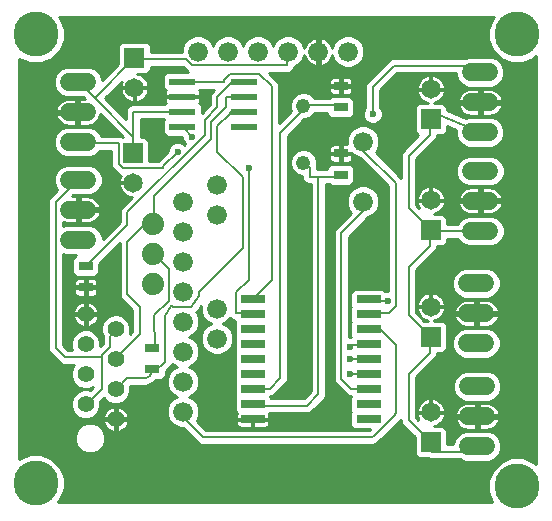
<source format=gtl>
G75*
G70*
%OFA0B0*%
%FSLAX24Y24*%
%IPPOS*%
%LPD*%
%AMOC8*
5,1,8,0,0,1.08239X$1,22.5*
%
%ADD10R,0.0870X0.0240*%
%ADD11R,0.0472X0.0315*%
%ADD12C,0.0480*%
%ADD13R,0.0800X0.0260*%
%ADD14C,0.0600*%
%ADD15R,0.0650X0.0650*%
%ADD16C,0.0650*%
%ADD17C,0.0660*%
%ADD18C,0.0560*%
%ADD19C,0.0740*%
%ADD20C,0.0079*%
%ADD21C,0.0236*%
%ADD22C,0.0100*%
%ADD23C,0.1502*%
D10*
X007978Y013603D03*
X007978Y014103D03*
X007978Y014603D03*
X007978Y015103D03*
X010038Y015103D03*
X010038Y014603D03*
X010038Y014103D03*
X010038Y013603D03*
D11*
X013258Y014249D03*
X013258Y014958D03*
X013258Y012708D03*
X013258Y011999D03*
X006983Y006233D03*
X006983Y005524D03*
X004758Y008249D03*
X004758Y008958D03*
D12*
X012008Y012403D03*
X012008Y014303D03*
D13*
X010328Y007853D03*
X010328Y007353D03*
X010328Y006853D03*
X010328Y006353D03*
X010328Y005853D03*
X010328Y005353D03*
X010328Y004853D03*
X010328Y004353D03*
X010328Y003853D03*
X014188Y003853D03*
X014188Y004353D03*
X014188Y004853D03*
X014188Y005353D03*
X014188Y005853D03*
X014188Y006353D03*
X014188Y006853D03*
X014188Y007353D03*
X014188Y007853D03*
D14*
X017483Y007378D02*
X018083Y007378D01*
X018083Y006378D02*
X017483Y006378D01*
X017506Y004950D02*
X018106Y004950D01*
X018106Y003950D02*
X017506Y003950D01*
X017506Y002950D02*
X018106Y002950D01*
X018083Y008378D02*
X017483Y008378D01*
X017608Y010128D02*
X018208Y010128D01*
X018208Y011128D02*
X017608Y011128D01*
X017608Y012128D02*
X018208Y012128D01*
X018206Y013414D02*
X017606Y013414D01*
X017606Y014414D02*
X018206Y014414D01*
X018206Y015414D02*
X017606Y015414D01*
X004800Y015088D02*
X004200Y015088D01*
X004200Y014088D02*
X004800Y014088D01*
X004800Y013088D02*
X004200Y013088D01*
X004208Y011831D02*
X004808Y011831D01*
X004808Y010831D02*
X004208Y010831D01*
X004208Y009831D02*
X004808Y009831D01*
D15*
X006333Y012728D03*
X006383Y015903D03*
X016258Y013853D03*
X016258Y010153D03*
X016258Y006603D03*
X016258Y003078D03*
D16*
X016258Y004078D03*
X016258Y007603D03*
X016258Y011153D03*
X016258Y014853D03*
X006383Y014903D03*
X006333Y011728D03*
D17*
X008008Y011103D03*
X009133Y010666D03*
X008008Y010103D03*
X008008Y009103D03*
X008008Y008103D03*
X008008Y007103D03*
X009133Y007541D03*
X009133Y006541D03*
X008008Y006103D03*
X008008Y005103D03*
X008008Y004103D03*
X014008Y011103D03*
X014008Y013103D03*
X013508Y016103D03*
X012508Y016103D03*
X011508Y016103D03*
X010508Y016103D03*
X009508Y016103D03*
X008508Y016103D03*
X009133Y011666D03*
D18*
X004758Y007353D03*
X005758Y006853D03*
X004758Y006353D03*
X005758Y005853D03*
X004758Y005353D03*
X005758Y004853D03*
X004758Y004353D03*
X005758Y003853D03*
D19*
X007008Y008353D03*
X007008Y009353D03*
X007008Y010353D03*
D20*
X007048Y010673D01*
X006138Y009763D01*
X006138Y008013D01*
X006558Y007593D01*
X006558Y006683D01*
X005788Y005913D01*
X005758Y005853D01*
X005578Y006263D02*
X005578Y006613D01*
X005718Y006753D01*
X005718Y006823D01*
X005758Y006853D01*
X005578Y006263D02*
X005298Y005983D01*
X005298Y005913D01*
X004068Y005913D01*
X003758Y006224D01*
X003758Y011093D01*
X004458Y011793D01*
X004508Y011831D01*
X004528Y013053D02*
X004500Y013088D01*
X004528Y013053D02*
X005858Y013053D01*
X005858Y012353D01*
X005998Y012213D01*
X007328Y012213D01*
X007328Y012283D01*
X007818Y012773D01*
X008308Y013263D02*
X008028Y013543D01*
X007978Y013603D01*
X007978Y014103D02*
X006348Y014103D01*
X006348Y013263D01*
X005088Y014523D01*
X005088Y014593D01*
X006348Y015853D01*
X006383Y015903D01*
X006418Y015853D01*
X008098Y015853D01*
X008308Y015643D01*
X011458Y015643D01*
X011458Y016063D01*
X011508Y016103D01*
X010548Y015363D02*
X009568Y015363D01*
X009358Y015153D01*
X009358Y015083D01*
X008378Y015083D01*
X007978Y015103D01*
X008028Y015083D01*
X008378Y015083D01*
X009148Y014593D02*
X009638Y015083D01*
X009988Y015083D01*
X010038Y015103D01*
X010038Y014603D02*
X009988Y014593D01*
X009428Y014593D01*
X009428Y014243D01*
X008938Y013753D01*
X008938Y013193D01*
X007048Y011303D01*
X007048Y010673D01*
X007048Y010393D01*
X007008Y010353D01*
X006138Y010323D02*
X006138Y010743D01*
X008728Y013333D01*
X008728Y013823D01*
X009148Y014243D01*
X009148Y014593D01*
X009568Y014103D02*
X009568Y014033D01*
X009148Y013613D01*
X009148Y012773D01*
X009988Y011933D01*
X009988Y009553D01*
X008518Y008083D01*
X008518Y007943D01*
X008266Y007593D01*
X007706Y007593D01*
X007608Y007622D01*
X007408Y007297D01*
X007408Y006333D01*
X007398Y006193D01*
X007398Y005773D01*
X007048Y005423D01*
X007023Y005483D01*
X006983Y005524D01*
X006980Y005489D01*
X006974Y005454D01*
X006964Y005421D01*
X006950Y005389D01*
X006933Y005358D01*
X006912Y005330D01*
X006889Y005304D01*
X006862Y005281D01*
X006834Y005260D01*
X006803Y005244D01*
X006770Y005230D01*
X006737Y005221D01*
X006702Y005215D01*
X006667Y005213D01*
X006138Y005213D01*
X005788Y004863D01*
X005758Y004853D01*
X005298Y004863D02*
X005298Y005913D01*
X005298Y004863D02*
X004808Y004373D01*
X004758Y004353D01*
X006983Y006233D02*
X007073Y006233D01*
X007048Y007313D01*
X007538Y007803D01*
X007538Y008853D01*
X007048Y009343D01*
X007008Y009353D01*
X007048Y009413D01*
X006138Y010323D02*
X004808Y008993D01*
X004758Y008958D01*
X006333Y012728D02*
X006348Y012773D01*
X006348Y013263D01*
X005088Y014523D02*
X004528Y015083D01*
X004500Y015088D01*
X009568Y014103D02*
X010038Y014103D01*
X010968Y014943D02*
X010548Y015363D01*
X010968Y014943D02*
X010968Y008503D01*
X010338Y007873D01*
X010328Y007853D01*
X010268Y007383D02*
X009778Y007383D01*
X009778Y008083D01*
X010198Y008503D01*
X010198Y012213D01*
X011248Y013403D02*
X011948Y014103D01*
X011948Y014243D01*
X012008Y014303D01*
X012018Y014313D01*
X013208Y014313D01*
X013258Y014249D01*
X014328Y014027D02*
X014328Y014928D01*
X015041Y015641D01*
X017758Y015641D01*
X017906Y015414D01*
X017906Y013414D02*
X016288Y014103D01*
X016288Y013893D01*
X016258Y013853D01*
X016218Y013823D01*
X016218Y013333D01*
X015518Y012633D01*
X015518Y010883D01*
X016218Y010183D01*
X016258Y010153D01*
X016218Y010113D01*
X016218Y009623D01*
X015518Y008923D01*
X015518Y007313D01*
X016218Y006613D01*
X016258Y006603D01*
X016218Y006543D01*
X016218Y006053D01*
X015518Y005353D01*
X015518Y003813D01*
X016218Y003113D01*
X016258Y003078D01*
X016288Y003043D01*
X016288Y002763D01*
X017688Y002763D01*
X017806Y002950D01*
X015098Y004129D02*
X015098Y006341D01*
X014616Y006823D01*
X014188Y006823D01*
X014188Y006853D01*
X014188Y006353D02*
X014188Y006333D01*
X013558Y006333D01*
X013558Y006263D01*
X013558Y005843D02*
X014188Y005843D01*
X014188Y005853D01*
X014188Y005353D02*
X013558Y005353D01*
X013278Y005183D02*
X013598Y004863D01*
X014188Y004863D01*
X014188Y004853D01*
X013278Y005183D02*
X013278Y010043D01*
X014048Y010813D01*
X014048Y011093D01*
X014008Y011103D01*
X013208Y011933D02*
X013258Y011999D01*
X013208Y011933D02*
X012508Y011933D01*
X012508Y004682D01*
X012129Y004303D01*
X010338Y004303D01*
X010328Y004353D01*
X010328Y004853D02*
X010338Y004863D01*
X010893Y004863D01*
X011248Y005218D01*
X011248Y013403D01*
X012018Y012423D02*
X012008Y012403D01*
X012018Y012423D02*
X012228Y012213D01*
X012228Y011933D01*
X012508Y011933D01*
X014048Y012773D02*
X014048Y013053D01*
X014008Y013103D01*
X014048Y012773D02*
X015098Y011723D01*
X015098Y007627D01*
X014854Y007383D01*
X014188Y007383D01*
X014188Y007353D01*
X014188Y007803D02*
X014188Y007853D01*
X014188Y007873D01*
X014188Y007803D02*
X014818Y007803D01*
X016288Y010113D02*
X016258Y010153D01*
X016288Y010113D02*
X017898Y010113D01*
X017908Y010128D01*
X015098Y004129D02*
X015096Y004100D01*
X015092Y004072D01*
X015084Y004045D01*
X015073Y004018D01*
X015059Y003993D01*
X015042Y003970D01*
X015023Y003949D01*
X015023Y003948D02*
X014407Y003332D01*
X014217Y003253D02*
X008658Y003253D01*
X007958Y003953D01*
X007958Y004093D01*
X008008Y004103D01*
X010268Y007383D02*
X010328Y007353D01*
X014217Y003253D02*
X014247Y003255D01*
X014277Y003260D01*
X014306Y003268D01*
X014334Y003280D01*
X014360Y003294D01*
X014385Y003312D01*
X014407Y003332D01*
D21*
X013558Y005353D03*
X013558Y005843D03*
X013558Y006263D03*
X014818Y007803D03*
X010198Y012213D03*
X008308Y013263D03*
X007818Y012773D03*
X007320Y013219D03*
X014328Y014027D03*
D22*
X014000Y014038D02*
X013704Y014038D01*
X013704Y014004D02*
X013704Y014493D01*
X013581Y014616D01*
X012935Y014616D01*
X012881Y014563D01*
X012385Y014563D01*
X012263Y014685D01*
X012098Y014753D01*
X011918Y014753D01*
X011753Y014685D01*
X011627Y014558D01*
X011558Y014393D01*
X011558Y014214D01*
X011601Y014109D01*
X011217Y013725D01*
X011217Y014993D01*
X011179Y015084D01*
X010870Y015394D01*
X011508Y015394D01*
X011599Y015432D01*
X011669Y015502D01*
X011707Y015594D01*
X011707Y015601D01*
X011814Y015645D01*
X011966Y015797D01*
X012043Y015983D01*
X012063Y015919D01*
X012097Y015852D01*
X012142Y015791D01*
X012195Y015737D01*
X012256Y015693D01*
X012324Y015658D01*
X012396Y015635D01*
X012458Y015625D01*
X012458Y016053D01*
X012558Y016053D01*
X012558Y015625D01*
X012620Y015635D01*
X012692Y015658D01*
X012760Y015693D01*
X012821Y015737D01*
X012874Y015791D01*
X012919Y015852D01*
X012953Y015919D01*
X012973Y015983D01*
X013050Y015797D01*
X013202Y015645D01*
X013401Y015563D01*
X013615Y015563D01*
X013814Y015645D01*
X013966Y015797D01*
X014048Y015996D01*
X014048Y016211D01*
X013966Y016409D01*
X013814Y016561D01*
X013615Y016643D01*
X013401Y016643D01*
X013202Y016561D01*
X013050Y016409D01*
X012973Y016224D01*
X012953Y016287D01*
X012919Y016355D01*
X012874Y016416D01*
X012821Y016469D01*
X012760Y016514D01*
X012692Y016548D01*
X012620Y016571D01*
X012558Y016581D01*
X012558Y016153D01*
X012458Y016153D01*
X012458Y016581D01*
X012396Y016571D01*
X012324Y016548D01*
X012256Y016514D01*
X012195Y016469D01*
X012142Y016416D01*
X012097Y016355D01*
X012063Y016287D01*
X012043Y016224D01*
X011966Y016409D01*
X011814Y016561D01*
X011615Y016643D01*
X011401Y016643D01*
X011202Y016561D01*
X011050Y016409D01*
X011008Y016307D01*
X010966Y016409D01*
X010814Y016561D01*
X010615Y016643D01*
X010401Y016643D01*
X010202Y016561D01*
X010050Y016409D01*
X010008Y016307D01*
X009966Y016409D01*
X009814Y016561D01*
X009615Y016643D01*
X009401Y016643D01*
X009202Y016561D01*
X009050Y016409D01*
X009008Y016307D01*
X008966Y016409D01*
X008814Y016561D01*
X008615Y016643D01*
X008401Y016643D01*
X008202Y016561D01*
X008050Y016409D01*
X007968Y016211D01*
X007968Y016103D01*
X006918Y016103D01*
X006918Y016315D01*
X006795Y016438D01*
X005971Y016438D01*
X005848Y016315D01*
X005848Y015706D01*
X005310Y015168D01*
X005310Y015190D01*
X005232Y015377D01*
X005089Y015521D01*
X004901Y015598D01*
X004099Y015598D01*
X003911Y015521D01*
X003768Y015377D01*
X003690Y015190D01*
X003690Y014987D01*
X003768Y014799D01*
X003911Y014656D01*
X004099Y014578D01*
X004680Y014578D01*
X004720Y014538D01*
X004550Y014538D01*
X004550Y014138D01*
X004450Y014138D01*
X004450Y014038D01*
X004550Y014038D01*
X004550Y013638D01*
X004835Y013638D01*
X004905Y013649D01*
X004973Y013671D01*
X005036Y013703D01*
X005093Y013745D01*
X005143Y013795D01*
X005185Y013852D01*
X005217Y013915D01*
X005239Y013983D01*
X005244Y014015D01*
X005990Y013268D01*
X005908Y013303D01*
X005263Y013303D01*
X005232Y013377D01*
X005089Y013521D01*
X004901Y013598D01*
X004099Y013598D01*
X003911Y013521D01*
X003768Y013377D01*
X003690Y013190D01*
X003690Y012987D01*
X003768Y012799D01*
X003911Y012656D01*
X004099Y012578D01*
X004901Y012578D01*
X005089Y012656D01*
X005232Y012799D01*
X005234Y012804D01*
X005609Y012804D01*
X005609Y012304D01*
X005647Y012212D01*
X005787Y012072D01*
X005857Y012002D01*
X005925Y011974D01*
X005893Y011911D01*
X005870Y011839D01*
X005858Y011766D01*
X005858Y011747D01*
X006314Y011747D01*
X006314Y011709D01*
X005858Y011709D01*
X005858Y011691D01*
X005870Y011617D01*
X005893Y011546D01*
X005927Y011479D01*
X005971Y011419D01*
X006024Y011366D01*
X006084Y011322D01*
X006151Y011288D01*
X006222Y011265D01*
X006295Y011253D01*
X005927Y010884D01*
X005889Y010793D01*
X005889Y010427D01*
X005318Y009856D01*
X005318Y009933D01*
X005240Y010120D01*
X005097Y010264D01*
X004909Y010341D01*
X004107Y010341D01*
X004007Y010300D01*
X004007Y010428D01*
X004035Y010414D01*
X004103Y010392D01*
X004173Y010381D01*
X004458Y010381D01*
X004458Y010781D01*
X004558Y010781D01*
X004558Y010381D01*
X004843Y010381D01*
X004913Y010392D01*
X004981Y010414D01*
X005044Y010446D01*
X005101Y010488D01*
X005151Y010538D01*
X005193Y010595D01*
X005225Y010658D01*
X005247Y010726D01*
X005256Y010781D01*
X004558Y010781D01*
X004558Y010881D01*
X005256Y010881D01*
X005247Y010937D01*
X005225Y011004D01*
X005193Y011067D01*
X005151Y011124D01*
X005101Y011174D01*
X005044Y011216D01*
X004981Y011248D01*
X004913Y011270D01*
X004843Y011281D01*
X004558Y011281D01*
X004558Y010881D01*
X004458Y010881D01*
X004458Y011281D01*
X004299Y011281D01*
X004339Y011321D01*
X004909Y011321D01*
X005097Y011399D01*
X005240Y011542D01*
X005318Y011730D01*
X005318Y011933D01*
X005240Y012120D01*
X005097Y012264D01*
X004909Y012341D01*
X004107Y012341D01*
X003919Y012264D01*
X003776Y012120D01*
X003698Y011933D01*
X003698Y011730D01*
X003776Y011542D01*
X003815Y011503D01*
X003547Y011234D01*
X003509Y011143D01*
X003509Y006174D01*
X003547Y006082D01*
X003857Y005772D01*
X003927Y005702D01*
X004019Y005664D01*
X004376Y005664D01*
X004343Y005631D01*
X004268Y005451D01*
X004268Y005256D01*
X004343Y005076D01*
X004480Y004938D01*
X004661Y004863D01*
X004855Y004863D01*
X005009Y004927D01*
X004905Y004823D01*
X004855Y004843D01*
X004661Y004843D01*
X004480Y004769D01*
X004343Y004631D01*
X004268Y004451D01*
X004268Y004256D01*
X004343Y004076D01*
X004480Y003938D01*
X004661Y003863D01*
X004855Y003863D01*
X005036Y003938D01*
X005173Y004076D01*
X005248Y004256D01*
X005248Y004451D01*
X005245Y004458D01*
X005353Y004565D01*
X005480Y004438D01*
X005661Y004363D01*
X005855Y004363D01*
X006036Y004438D01*
X006173Y004576D01*
X006248Y004756D01*
X006248Y004951D01*
X006243Y004964D01*
X006779Y004964D01*
X006984Y005048D01*
X006984Y005048D01*
X007094Y005156D01*
X007306Y005156D01*
X007429Y005279D01*
X007429Y005452D01*
X007609Y005632D01*
X007641Y005707D01*
X007702Y005645D01*
X007804Y005603D01*
X007702Y005561D01*
X007550Y005409D01*
X007468Y005211D01*
X007468Y004996D01*
X007550Y004797D01*
X007702Y004645D01*
X007804Y004603D01*
X007702Y004561D01*
X007550Y004409D01*
X007468Y004211D01*
X007468Y003996D01*
X007550Y003797D01*
X007702Y003645D01*
X007901Y003563D01*
X007995Y003563D01*
X008447Y003112D01*
X008517Y003042D01*
X008608Y003004D01*
X014320Y003004D01*
X014510Y003083D01*
X014548Y003121D01*
X015165Y003737D01*
X015169Y003742D01*
X015235Y003807D01*
X015235Y003807D01*
X015269Y003841D01*
X015269Y003764D01*
X015307Y003672D01*
X015377Y003602D01*
X015723Y003256D01*
X015723Y002666D01*
X015846Y002543D01*
X016167Y002543D01*
X016238Y002514D01*
X017227Y002514D01*
X017405Y002440D01*
X018208Y002440D01*
X018395Y002518D01*
X018539Y002661D01*
X018616Y002849D01*
X018616Y003052D01*
X018539Y003239D01*
X018395Y003382D01*
X018208Y003460D01*
X017405Y003460D01*
X017218Y003382D01*
X017074Y003239D01*
X016996Y003052D01*
X016996Y003013D01*
X016793Y003013D01*
X016793Y003490D01*
X016670Y003613D01*
X016359Y003613D01*
X016369Y003615D01*
X016440Y003638D01*
X016507Y003672D01*
X016567Y003716D01*
X016620Y003769D01*
X016664Y003829D01*
X016698Y003896D01*
X016721Y003967D01*
X016733Y004041D01*
X016733Y004059D01*
X016277Y004059D01*
X016277Y004097D01*
X016733Y004097D01*
X016733Y004116D01*
X016721Y004189D01*
X016698Y004261D01*
X016664Y004327D01*
X016620Y004388D01*
X016567Y004441D01*
X016507Y004484D01*
X016440Y004518D01*
X016369Y004542D01*
X016295Y004553D01*
X016277Y004553D01*
X016277Y004097D01*
X016239Y004097D01*
X016239Y004059D01*
X015783Y004059D01*
X015783Y004041D01*
X015795Y003967D01*
X015818Y003896D01*
X015849Y003835D01*
X015767Y003917D01*
X015767Y005250D01*
X016359Y005842D01*
X016429Y005912D01*
X016467Y006004D01*
X016467Y006068D01*
X016670Y006068D01*
X016793Y006191D01*
X016793Y007015D01*
X016670Y007138D01*
X016359Y007138D01*
X016369Y007140D01*
X016440Y007163D01*
X016507Y007197D01*
X016567Y007241D01*
X016620Y007294D01*
X016664Y007354D01*
X016698Y007421D01*
X016721Y007492D01*
X016733Y007566D01*
X016733Y007584D01*
X016277Y007584D01*
X016277Y007622D01*
X016733Y007622D01*
X016733Y007641D01*
X016721Y007714D01*
X016698Y007786D01*
X016664Y007852D01*
X016620Y007913D01*
X016567Y007966D01*
X016507Y008009D01*
X016440Y008043D01*
X016369Y008067D01*
X016295Y008078D01*
X016277Y008078D01*
X016277Y007622D01*
X016239Y007622D01*
X016239Y007584D01*
X015783Y007584D01*
X015783Y007566D01*
X015795Y007492D01*
X015818Y007421D01*
X015852Y007354D01*
X015896Y007294D01*
X015949Y007241D01*
X016009Y007197D01*
X016076Y007163D01*
X016147Y007140D01*
X016157Y007138D01*
X016046Y007138D01*
X015767Y007417D01*
X015767Y008820D01*
X016359Y009412D01*
X016429Y009482D01*
X016467Y009574D01*
X016467Y009618D01*
X016670Y009618D01*
X016793Y009741D01*
X016793Y009864D01*
X017165Y009864D01*
X017176Y009839D01*
X017319Y009696D01*
X017507Y009618D01*
X018309Y009618D01*
X018497Y009696D01*
X018640Y009839D01*
X018718Y010027D01*
X018718Y010230D01*
X018640Y010417D01*
X018497Y010561D01*
X018309Y010638D01*
X017507Y010638D01*
X017319Y010561D01*
X017176Y010417D01*
X017153Y010363D01*
X016793Y010363D01*
X016793Y010565D01*
X016670Y010688D01*
X016359Y010688D01*
X016369Y010690D01*
X016440Y010713D01*
X016507Y010747D01*
X016567Y010791D01*
X016620Y010844D01*
X016664Y010904D01*
X016698Y010971D01*
X016721Y011042D01*
X016733Y011116D01*
X016733Y011134D01*
X016277Y011134D01*
X016277Y011172D01*
X016733Y011172D01*
X016733Y011191D01*
X016721Y011264D01*
X016698Y011336D01*
X016664Y011402D01*
X016620Y011463D01*
X016567Y011516D01*
X016507Y011559D01*
X016440Y011593D01*
X016369Y011617D01*
X016295Y011628D01*
X016277Y011628D01*
X016277Y011172D01*
X016239Y011172D01*
X016239Y011134D01*
X015783Y011134D01*
X015783Y011116D01*
X015795Y011042D01*
X015818Y010971D01*
X015852Y010904D01*
X015857Y010896D01*
X015767Y010987D01*
X015767Y012530D01*
X016359Y013122D01*
X016429Y013192D01*
X016467Y013284D01*
X016467Y013318D01*
X016670Y013318D01*
X016793Y013441D01*
X016793Y013617D01*
X017096Y013488D01*
X017096Y013313D01*
X017174Y013125D01*
X017318Y012982D01*
X017505Y012904D01*
X018308Y012904D01*
X018495Y012982D01*
X018639Y013125D01*
X018716Y013313D01*
X018716Y013516D01*
X018639Y013703D01*
X018495Y013847D01*
X018308Y013924D01*
X017505Y013924D01*
X017424Y013891D01*
X016793Y014159D01*
X016793Y014265D01*
X016670Y014388D01*
X016359Y014388D01*
X016369Y014390D01*
X016440Y014413D01*
X016507Y014447D01*
X016567Y014491D01*
X016620Y014544D01*
X016664Y014604D01*
X016698Y014671D01*
X016721Y014742D01*
X016733Y014816D01*
X016733Y014834D01*
X016277Y014834D01*
X016277Y014872D01*
X016733Y014872D01*
X016733Y014891D01*
X016721Y014964D01*
X016698Y015036D01*
X016664Y015102D01*
X016620Y015163D01*
X016567Y015216D01*
X016507Y015259D01*
X016440Y015293D01*
X016369Y015317D01*
X016295Y015328D01*
X016277Y015328D01*
X016277Y014872D01*
X016239Y014872D01*
X016239Y014834D01*
X015783Y014834D01*
X015783Y014816D01*
X015795Y014742D01*
X015818Y014671D01*
X015852Y014604D01*
X015896Y014544D01*
X015949Y014491D01*
X016009Y014447D01*
X016076Y014413D01*
X016147Y014390D01*
X016157Y014388D01*
X015846Y014388D01*
X015723Y014265D01*
X015723Y013441D01*
X015846Y013318D01*
X015850Y013318D01*
X015307Y012774D01*
X015269Y012683D01*
X015269Y011905D01*
X014421Y012753D01*
X014466Y012797D01*
X014548Y012996D01*
X014548Y013211D01*
X014466Y013409D01*
X014314Y013561D01*
X014115Y013643D01*
X013901Y013643D01*
X013702Y013561D01*
X013550Y013409D01*
X013468Y013211D01*
X013468Y013015D01*
X013287Y013015D01*
X013287Y012736D01*
X013611Y012736D01*
X013702Y012645D01*
X013901Y012563D01*
X013905Y012563D01*
X013907Y012562D01*
X014849Y011620D01*
X014849Y008131D01*
X014753Y008131D01*
X014742Y008127D01*
X014675Y008193D01*
X013701Y008193D01*
X013578Y008070D01*
X013578Y007636D01*
X013611Y007603D01*
X013578Y007570D01*
X013578Y007136D01*
X013611Y007103D01*
X013578Y007070D01*
X013578Y006636D01*
X013611Y006603D01*
X013599Y006591D01*
X013527Y006591D01*
X013527Y009940D01*
X014176Y010588D01*
X014314Y010645D01*
X014466Y010797D01*
X014548Y010996D01*
X014548Y011211D01*
X014466Y011409D01*
X014314Y011561D01*
X014115Y011643D01*
X013901Y011643D01*
X013702Y011561D01*
X013550Y011409D01*
X013468Y011211D01*
X013468Y010996D01*
X013550Y010797D01*
X013615Y010733D01*
X013067Y010184D01*
X013029Y010093D01*
X013029Y005133D01*
X013067Y005042D01*
X013386Y004722D01*
X013456Y004652D01*
X013548Y004614D01*
X013600Y004614D01*
X013611Y004603D01*
X013578Y004570D01*
X013578Y004136D01*
X013611Y004103D01*
X013578Y004070D01*
X013578Y003636D01*
X013701Y003513D01*
X014235Y003513D01*
X014230Y003508D01*
X014227Y003506D01*
X014220Y003503D01*
X014217Y003503D01*
X008761Y003503D01*
X008466Y003798D01*
X008548Y003996D01*
X008548Y004211D01*
X008466Y004409D01*
X008314Y004561D01*
X008212Y004603D01*
X008314Y004645D01*
X008466Y004797D01*
X008548Y004996D01*
X008548Y005211D01*
X008466Y005409D01*
X008314Y005561D01*
X008212Y005603D01*
X008314Y005645D01*
X008466Y005797D01*
X008548Y005996D01*
X008548Y006211D01*
X008466Y006409D01*
X008314Y006561D01*
X008212Y006603D01*
X008314Y006645D01*
X008466Y006797D01*
X008548Y006996D01*
X008548Y007211D01*
X008466Y007409D01*
X008451Y007423D01*
X008457Y007431D01*
X008478Y007452D01*
X008486Y007471D01*
X008593Y007620D01*
X008593Y007433D01*
X008675Y007235D01*
X008827Y007083D01*
X008929Y007041D01*
X008827Y006999D01*
X008675Y006847D01*
X008593Y006648D01*
X008593Y006433D01*
X008675Y006235D01*
X008827Y006083D01*
X009026Y006001D01*
X009240Y006001D01*
X009439Y006083D01*
X009591Y006235D01*
X009673Y006433D01*
X009673Y006648D01*
X009591Y006847D01*
X009439Y006999D01*
X009337Y007041D01*
X009439Y007083D01*
X009582Y007226D01*
X009637Y007172D01*
X009718Y007138D01*
X009718Y007136D01*
X009751Y007103D01*
X009718Y007070D01*
X009718Y006636D01*
X009751Y006603D01*
X009718Y006570D01*
X009718Y006136D01*
X009751Y006103D01*
X009718Y006070D01*
X009718Y005636D01*
X009751Y005603D01*
X009718Y005570D01*
X009718Y005136D01*
X009751Y005103D01*
X009718Y005070D01*
X009718Y004636D01*
X009751Y004603D01*
X009718Y004570D01*
X009718Y004136D01*
X009797Y004057D01*
X009788Y004041D01*
X009778Y004003D01*
X009778Y003868D01*
X010313Y003868D01*
X010313Y003838D01*
X010343Y003838D01*
X010343Y003573D01*
X010748Y003573D01*
X010786Y003583D01*
X010820Y003603D01*
X010848Y003631D01*
X010868Y003665D01*
X010878Y003703D01*
X010878Y003838D01*
X010343Y003838D01*
X010343Y003868D01*
X010878Y003868D01*
X010878Y004003D01*
X010868Y004041D01*
X010860Y004054D01*
X012178Y004054D01*
X012270Y004092D01*
X012340Y004162D01*
X012719Y004541D01*
X012757Y004633D01*
X012757Y011684D01*
X012882Y011684D01*
X012935Y011631D01*
X013581Y011631D01*
X013704Y011754D01*
X013704Y012243D01*
X013581Y012366D01*
X012935Y012366D01*
X012812Y012243D01*
X012812Y012183D01*
X012477Y012183D01*
X012477Y012263D01*
X012457Y012312D01*
X012458Y012314D01*
X012458Y012493D01*
X012389Y012658D01*
X012263Y012785D01*
X012098Y012853D01*
X011918Y012853D01*
X011753Y012785D01*
X011627Y012658D01*
X011558Y012493D01*
X011558Y012314D01*
X011627Y012148D01*
X011753Y012022D01*
X011918Y011953D01*
X011979Y011953D01*
X011979Y011884D01*
X012017Y011792D01*
X012087Y011722D01*
X012178Y011684D01*
X012259Y011684D01*
X012259Y004786D01*
X012025Y004553D01*
X010938Y004553D01*
X010938Y004570D01*
X010905Y004603D01*
X010916Y004614D01*
X010943Y004614D01*
X011034Y004652D01*
X011104Y004722D01*
X011459Y005077D01*
X011497Y005169D01*
X011497Y013300D01*
X012051Y013853D01*
X012098Y013853D01*
X012263Y013922D01*
X012389Y014048D01*
X012396Y014064D01*
X012812Y014064D01*
X012812Y014004D01*
X012935Y013881D01*
X013581Y013881D01*
X013704Y014004D01*
X013639Y013939D02*
X014009Y013939D01*
X014000Y013962D02*
X014050Y013841D01*
X014142Y013749D01*
X014263Y013699D01*
X014393Y013699D01*
X014514Y013749D01*
X014606Y013841D01*
X014656Y013962D01*
X014656Y014092D01*
X014606Y014213D01*
X014577Y014241D01*
X014577Y014825D01*
X015145Y015392D01*
X017096Y015392D01*
X017096Y015313D01*
X017174Y015125D01*
X017318Y014982D01*
X017505Y014904D01*
X018308Y014904D01*
X018495Y014982D01*
X018639Y015125D01*
X018716Y015313D01*
X018716Y015516D01*
X018639Y015703D01*
X018495Y015847D01*
X018308Y015924D01*
X017505Y015924D01*
X017423Y015890D01*
X014992Y015890D01*
X014900Y015853D01*
X014117Y015069D01*
X014079Y014977D01*
X014079Y014241D01*
X014050Y014213D01*
X014000Y014092D01*
X014000Y013962D01*
X014050Y013841D02*
X012038Y013841D01*
X011940Y013742D02*
X014158Y013742D01*
X014330Y013545D02*
X015723Y013545D01*
X015723Y013447D02*
X014428Y013447D01*
X014491Y013348D02*
X015816Y013348D01*
X015782Y013250D02*
X014532Y013250D01*
X014548Y013151D02*
X015683Y013151D01*
X015585Y013053D02*
X014548Y013053D01*
X014531Y012954D02*
X015486Y012954D01*
X015388Y012856D02*
X014490Y012856D01*
X014426Y012757D02*
X015299Y012757D01*
X015269Y012659D02*
X014515Y012659D01*
X014614Y012560D02*
X015269Y012560D01*
X015269Y012462D02*
X014712Y012462D01*
X014811Y012363D02*
X015269Y012363D01*
X015269Y012265D02*
X014909Y012265D01*
X015008Y012166D02*
X015269Y012166D01*
X015269Y012068D02*
X015106Y012068D01*
X015205Y011969D02*
X015269Y011969D01*
X015767Y011969D02*
X017122Y011969D01*
X017098Y012027D02*
X017176Y011839D01*
X017319Y011696D01*
X017507Y011618D01*
X018309Y011618D01*
X018497Y011696D01*
X018640Y011839D01*
X018718Y012027D01*
X018718Y012230D01*
X018640Y012417D01*
X018497Y012561D01*
X018309Y012638D01*
X017507Y012638D01*
X017319Y012561D01*
X017176Y012417D01*
X017098Y012230D01*
X017098Y012027D01*
X017098Y012068D02*
X015767Y012068D01*
X015767Y012166D02*
X017098Y012166D01*
X017113Y012265D02*
X015767Y012265D01*
X015767Y012363D02*
X017153Y012363D01*
X017220Y012462D02*
X015767Y012462D01*
X015798Y012560D02*
X017319Y012560D01*
X017384Y012954D02*
X016192Y012954D01*
X016290Y013053D02*
X017247Y013053D01*
X017163Y013151D02*
X016389Y013151D01*
X016453Y013250D02*
X017123Y013250D01*
X017096Y013348D02*
X016700Y013348D01*
X016793Y013447D02*
X017096Y013447D01*
X016962Y013545D02*
X016793Y013545D01*
X017078Y014038D02*
X017359Y014038D01*
X017371Y014029D02*
X017434Y013997D01*
X017501Y013975D01*
X017571Y013964D01*
X017856Y013964D01*
X017856Y014364D01*
X017159Y014364D01*
X017168Y014309D01*
X017189Y014242D01*
X017222Y014178D01*
X017263Y014121D01*
X017313Y014071D01*
X017371Y014029D01*
X017310Y013939D02*
X019758Y013939D01*
X019758Y013841D02*
X018501Y013841D01*
X018600Y013742D02*
X019758Y013742D01*
X019758Y013644D02*
X018663Y013644D01*
X018704Y013545D02*
X019758Y013545D01*
X019758Y013447D02*
X018716Y013447D01*
X018716Y013348D02*
X019758Y013348D01*
X019758Y013250D02*
X018690Y013250D01*
X018650Y013151D02*
X019758Y013151D01*
X019758Y013053D02*
X018566Y013053D01*
X018429Y012954D02*
X019758Y012954D01*
X019758Y012856D02*
X016093Y012856D01*
X015995Y012757D02*
X019758Y012757D01*
X019758Y012659D02*
X015896Y012659D01*
X015767Y011871D02*
X017163Y011871D01*
X017243Y011772D02*
X015767Y011772D01*
X015767Y011674D02*
X017372Y011674D01*
X017435Y011545D02*
X017372Y011513D01*
X017315Y011471D01*
X017265Y011421D01*
X017223Y011364D01*
X017191Y011301D01*
X017169Y011234D01*
X017160Y011178D01*
X017858Y011178D01*
X017858Y011078D01*
X017958Y011078D01*
X017958Y010678D01*
X018243Y010678D01*
X018313Y010689D01*
X018381Y010711D01*
X018444Y010743D01*
X018501Y010785D01*
X018551Y010835D01*
X018593Y010892D01*
X018625Y010955D01*
X018647Y011023D01*
X018656Y011078D01*
X017958Y011078D01*
X017958Y011178D01*
X018656Y011178D01*
X018647Y011234D01*
X018625Y011301D01*
X018593Y011364D01*
X018551Y011421D01*
X018501Y011471D01*
X018444Y011513D01*
X018381Y011545D01*
X018313Y011567D01*
X018243Y011578D01*
X017958Y011578D01*
X017958Y011178D01*
X017858Y011178D01*
X017858Y011578D01*
X017573Y011578D01*
X017503Y011567D01*
X017435Y011545D01*
X017554Y011575D02*
X016476Y011575D01*
X016606Y011477D02*
X017322Y011477D01*
X017233Y011378D02*
X016676Y011378D01*
X016716Y011280D02*
X017184Y011280D01*
X017161Y011181D02*
X016733Y011181D01*
X016728Y011083D02*
X017858Y011083D01*
X017858Y011078D02*
X017160Y011078D01*
X017169Y011023D01*
X017191Y010955D01*
X017223Y010892D01*
X017265Y010835D01*
X017315Y010785D01*
X017372Y010743D01*
X017435Y010711D01*
X017503Y010689D01*
X017573Y010678D01*
X017858Y010678D01*
X017858Y011078D01*
X017858Y010984D02*
X017958Y010984D01*
X017958Y010886D02*
X017858Y010886D01*
X017858Y010787D02*
X017958Y010787D01*
X017958Y010689D02*
X017858Y010689D01*
X017506Y010689D02*
X016362Y010689D01*
X016562Y010787D02*
X017313Y010787D01*
X017228Y010886D02*
X016651Y010886D01*
X016703Y010984D02*
X017182Y010984D01*
X017391Y010590D02*
X016768Y010590D01*
X016793Y010492D02*
X017250Y010492D01*
X017166Y010393D02*
X016793Y010393D01*
X016793Y009802D02*
X017213Y009802D01*
X017311Y009704D02*
X016756Y009704D01*
X016467Y009605D02*
X019758Y009605D01*
X019758Y009507D02*
X016440Y009507D01*
X016356Y009408D02*
X019758Y009408D01*
X019758Y009310D02*
X016257Y009310D01*
X016159Y009211D02*
X019758Y009211D01*
X019758Y009113D02*
X016060Y009113D01*
X015962Y009014D02*
X019758Y009014D01*
X019758Y008916D02*
X015863Y008916D01*
X015767Y008817D02*
X017210Y008817D01*
X017194Y008811D02*
X017051Y008667D01*
X016973Y008480D01*
X016973Y008277D01*
X017051Y008089D01*
X017194Y007946D01*
X017382Y007868D01*
X018184Y007868D01*
X018372Y007946D01*
X018515Y008089D01*
X018593Y008277D01*
X018593Y008480D01*
X018515Y008667D01*
X018372Y008811D01*
X018184Y008888D01*
X017382Y008888D01*
X017194Y008811D01*
X017102Y008719D02*
X015767Y008719D01*
X015767Y008620D02*
X017031Y008620D01*
X016990Y008522D02*
X015767Y008522D01*
X015767Y008423D02*
X016973Y008423D01*
X016973Y008325D02*
X015767Y008325D01*
X015767Y008226D02*
X016994Y008226D01*
X017035Y008128D02*
X015767Y008128D01*
X015767Y008029D02*
X016048Y008029D01*
X016076Y008043D02*
X016009Y008009D01*
X015949Y007966D01*
X015896Y007913D01*
X015852Y007852D01*
X015818Y007786D01*
X015795Y007714D01*
X015783Y007641D01*
X015783Y007622D01*
X016239Y007622D01*
X016239Y008078D01*
X016221Y008078D01*
X016147Y008067D01*
X016076Y008043D01*
X016239Y008029D02*
X016277Y008029D01*
X016277Y007931D02*
X016239Y007931D01*
X016239Y007832D02*
X016277Y007832D01*
X016277Y007734D02*
X016239Y007734D01*
X016239Y007635D02*
X016277Y007635D01*
X016602Y007931D02*
X017231Y007931D01*
X017111Y008029D02*
X016468Y008029D01*
X016674Y007832D02*
X019758Y007832D01*
X019758Y007734D02*
X018359Y007734D01*
X018376Y007721D02*
X018319Y007763D01*
X018256Y007795D01*
X018188Y007817D01*
X018118Y007828D01*
X017833Y007828D01*
X017833Y007428D01*
X018531Y007428D01*
X018522Y007484D01*
X018500Y007551D01*
X018468Y007614D01*
X018426Y007671D01*
X018376Y007721D01*
X018452Y007635D02*
X019758Y007635D01*
X019758Y007537D02*
X018505Y007537D01*
X018529Y007438D02*
X019758Y007438D01*
X019758Y007340D02*
X017833Y007340D01*
X017833Y007328D02*
X017833Y007428D01*
X017733Y007428D01*
X017733Y007328D01*
X017833Y007328D01*
X017833Y006928D01*
X018118Y006928D01*
X018188Y006939D01*
X018256Y006961D01*
X018319Y006993D01*
X018376Y007035D01*
X018426Y007085D01*
X018468Y007142D01*
X018500Y007205D01*
X018522Y007273D01*
X018531Y007328D01*
X017833Y007328D01*
X017833Y007241D02*
X017733Y007241D01*
X017733Y007328D02*
X017733Y006928D01*
X017448Y006928D01*
X017378Y006939D01*
X017310Y006961D01*
X017247Y006993D01*
X017190Y007035D01*
X017140Y007085D01*
X017098Y007142D01*
X017066Y007205D01*
X017044Y007273D01*
X017035Y007328D01*
X017733Y007328D01*
X017733Y007340D02*
X016654Y007340D01*
X016704Y007438D02*
X017037Y007438D01*
X017035Y007428D02*
X017733Y007428D01*
X017733Y007828D01*
X017448Y007828D01*
X017378Y007817D01*
X017310Y007795D01*
X017247Y007763D01*
X017190Y007721D01*
X017140Y007671D01*
X017098Y007614D01*
X017066Y007551D01*
X017044Y007484D01*
X017035Y007428D01*
X017061Y007537D02*
X016728Y007537D01*
X016733Y007635D02*
X017114Y007635D01*
X017207Y007734D02*
X016715Y007734D01*
X016568Y007241D02*
X017054Y007241D01*
X017098Y007143D02*
X016378Y007143D01*
X016138Y007143D02*
X016041Y007143D01*
X015948Y007241D02*
X015943Y007241D01*
X015862Y007340D02*
X015844Y007340D01*
X015812Y007438D02*
X015767Y007438D01*
X015767Y007537D02*
X015788Y007537D01*
X015783Y007635D02*
X015767Y007635D01*
X015767Y007734D02*
X015801Y007734D01*
X015767Y007832D02*
X015842Y007832D01*
X015914Y007931D02*
X015767Y007931D01*
X014849Y008226D02*
X013527Y008226D01*
X013527Y008128D02*
X013636Y008128D01*
X013578Y008029D02*
X013527Y008029D01*
X013527Y007931D02*
X013578Y007931D01*
X013578Y007832D02*
X013527Y007832D01*
X013527Y007734D02*
X013578Y007734D01*
X013579Y007635D02*
X013527Y007635D01*
X013527Y007537D02*
X013578Y007537D01*
X013578Y007438D02*
X013527Y007438D01*
X013527Y007340D02*
X013578Y007340D01*
X013578Y007241D02*
X013527Y007241D01*
X013527Y007143D02*
X013578Y007143D01*
X013578Y007044D02*
X013527Y007044D01*
X013527Y006946D02*
X013578Y006946D01*
X013578Y006847D02*
X013527Y006847D01*
X013527Y006749D02*
X013578Y006749D01*
X013578Y006650D02*
X013527Y006650D01*
X013029Y006650D02*
X012757Y006650D01*
X012757Y006552D02*
X013029Y006552D01*
X013029Y006453D02*
X012757Y006453D01*
X012757Y006355D02*
X013029Y006355D01*
X013029Y006256D02*
X012757Y006256D01*
X012757Y006158D02*
X013029Y006158D01*
X013029Y006059D02*
X012757Y006059D01*
X012757Y005961D02*
X013029Y005961D01*
X013029Y005862D02*
X012757Y005862D01*
X012757Y005764D02*
X013029Y005764D01*
X013029Y005665D02*
X012757Y005665D01*
X012757Y005567D02*
X013029Y005567D01*
X013029Y005468D02*
X012757Y005468D01*
X012757Y005370D02*
X013029Y005370D01*
X013029Y005271D02*
X012757Y005271D01*
X012757Y005173D02*
X013029Y005173D01*
X013053Y005074D02*
X012757Y005074D01*
X012757Y004976D02*
X013133Y004976D01*
X013231Y004877D02*
X012757Y004877D01*
X012757Y004779D02*
X013330Y004779D01*
X013428Y004680D02*
X012757Y004680D01*
X012736Y004582D02*
X013590Y004582D01*
X013578Y004483D02*
X012661Y004483D01*
X012563Y004385D02*
X013578Y004385D01*
X013578Y004286D02*
X012464Y004286D01*
X012366Y004188D02*
X013578Y004188D01*
X013597Y004089D02*
X012264Y004089D01*
X012055Y004582D02*
X010926Y004582D01*
X011063Y004680D02*
X012153Y004680D01*
X012252Y004779D02*
X011161Y004779D01*
X011260Y004877D02*
X012259Y004877D01*
X012259Y004976D02*
X011358Y004976D01*
X011457Y005074D02*
X012259Y005074D01*
X012259Y005173D02*
X011497Y005173D01*
X011497Y005271D02*
X012259Y005271D01*
X012259Y005370D02*
X011497Y005370D01*
X011497Y005468D02*
X012259Y005468D01*
X012259Y005567D02*
X011497Y005567D01*
X011497Y005665D02*
X012259Y005665D01*
X012259Y005764D02*
X011497Y005764D01*
X011497Y005862D02*
X012259Y005862D01*
X012259Y005961D02*
X011497Y005961D01*
X011497Y006059D02*
X012259Y006059D01*
X012259Y006158D02*
X011497Y006158D01*
X011497Y006256D02*
X012259Y006256D01*
X012259Y006355D02*
X011497Y006355D01*
X011497Y006453D02*
X012259Y006453D01*
X012259Y006552D02*
X011497Y006552D01*
X011497Y006650D02*
X012259Y006650D01*
X012259Y006749D02*
X011497Y006749D01*
X011497Y006847D02*
X012259Y006847D01*
X012259Y006946D02*
X011497Y006946D01*
X011497Y007044D02*
X012259Y007044D01*
X012259Y007143D02*
X011497Y007143D01*
X011497Y007241D02*
X012259Y007241D01*
X012259Y007340D02*
X011497Y007340D01*
X011497Y007438D02*
X012259Y007438D01*
X012259Y007537D02*
X011497Y007537D01*
X011497Y007635D02*
X012259Y007635D01*
X012259Y007734D02*
X011497Y007734D01*
X011497Y007832D02*
X012259Y007832D01*
X012259Y007931D02*
X011497Y007931D01*
X011497Y008029D02*
X012259Y008029D01*
X012259Y008128D02*
X011497Y008128D01*
X011497Y008226D02*
X012259Y008226D01*
X012259Y008325D02*
X011497Y008325D01*
X011497Y008423D02*
X012259Y008423D01*
X012259Y008522D02*
X011497Y008522D01*
X011497Y008620D02*
X012259Y008620D01*
X012259Y008719D02*
X011497Y008719D01*
X011497Y008817D02*
X012259Y008817D01*
X012259Y008916D02*
X011497Y008916D01*
X011497Y009014D02*
X012259Y009014D01*
X012259Y009113D02*
X011497Y009113D01*
X011497Y009211D02*
X012259Y009211D01*
X012259Y009310D02*
X011497Y009310D01*
X011497Y009408D02*
X012259Y009408D01*
X012259Y009507D02*
X011497Y009507D01*
X011497Y009605D02*
X012259Y009605D01*
X012259Y009704D02*
X011497Y009704D01*
X011497Y009802D02*
X012259Y009802D01*
X012259Y009901D02*
X011497Y009901D01*
X011497Y009999D02*
X012259Y009999D01*
X012259Y010098D02*
X011497Y010098D01*
X011497Y010196D02*
X012259Y010196D01*
X012259Y010295D02*
X011497Y010295D01*
X011497Y010393D02*
X012259Y010393D01*
X012259Y010492D02*
X011497Y010492D01*
X011497Y010590D02*
X012259Y010590D01*
X012259Y010689D02*
X011497Y010689D01*
X011497Y010787D02*
X012259Y010787D01*
X012259Y010886D02*
X011497Y010886D01*
X011497Y010984D02*
X012259Y010984D01*
X012259Y011083D02*
X011497Y011083D01*
X011497Y011181D02*
X012259Y011181D01*
X012259Y011280D02*
X011497Y011280D01*
X011497Y011378D02*
X012259Y011378D01*
X012259Y011477D02*
X011497Y011477D01*
X011497Y011575D02*
X012259Y011575D01*
X012259Y011674D02*
X011497Y011674D01*
X011497Y011772D02*
X012036Y011772D01*
X011984Y011871D02*
X011497Y011871D01*
X011497Y011969D02*
X011880Y011969D01*
X011707Y012068D02*
X011497Y012068D01*
X011497Y012166D02*
X011619Y012166D01*
X011578Y012265D02*
X011497Y012265D01*
X011497Y012363D02*
X011558Y012363D01*
X011558Y012462D02*
X011497Y012462D01*
X011497Y012560D02*
X011586Y012560D01*
X011627Y012659D02*
X011497Y012659D01*
X011497Y012757D02*
X011726Y012757D01*
X011497Y012856D02*
X012872Y012856D01*
X012872Y012885D02*
X012872Y012736D01*
X013229Y012736D01*
X013229Y012679D01*
X012872Y012679D01*
X012872Y012530D01*
X012882Y012492D01*
X012902Y012458D01*
X012930Y012430D01*
X012964Y012410D01*
X013002Y012400D01*
X013229Y012400D01*
X013229Y012679D01*
X013287Y012679D01*
X013287Y012736D01*
X013229Y012736D01*
X013229Y013015D01*
X013002Y013015D01*
X012964Y013005D01*
X012930Y012985D01*
X012902Y012957D01*
X012882Y012923D01*
X012872Y012885D01*
X012900Y012954D02*
X011497Y012954D01*
X011497Y013053D02*
X013468Y013053D01*
X013468Y013151D02*
X011497Y013151D01*
X011497Y013250D02*
X013484Y013250D01*
X013525Y013348D02*
X011546Y013348D01*
X011644Y013447D02*
X013588Y013447D01*
X013686Y013545D02*
X011743Y013545D01*
X011841Y013644D02*
X015723Y013644D01*
X015723Y013742D02*
X014498Y013742D01*
X014606Y013841D02*
X015723Y013841D01*
X015723Y013939D02*
X014647Y013939D01*
X014656Y014038D02*
X015723Y014038D01*
X015723Y014136D02*
X014638Y014136D01*
X014584Y014235D02*
X015723Y014235D01*
X015791Y014333D02*
X014577Y014333D01*
X014577Y014432D02*
X016039Y014432D01*
X015909Y014530D02*
X014577Y014530D01*
X014577Y014629D02*
X015839Y014629D01*
X015799Y014727D02*
X014577Y014727D01*
X014579Y014826D02*
X015783Y014826D01*
X015783Y014872D02*
X016239Y014872D01*
X016239Y015328D01*
X016221Y015328D01*
X016147Y015317D01*
X016076Y015293D01*
X016009Y015259D01*
X015949Y015216D01*
X015896Y015163D01*
X015852Y015102D01*
X015818Y015036D01*
X015795Y014964D01*
X015783Y014891D01*
X015783Y014872D01*
X015788Y014924D02*
X014677Y014924D01*
X014776Y015023D02*
X015814Y015023D01*
X015866Y015121D02*
X014874Y015121D01*
X014973Y015220D02*
X015954Y015220D01*
X016158Y015318D02*
X015071Y015318D01*
X014760Y015712D02*
X013881Y015712D01*
X013971Y015811D02*
X014858Y015811D01*
X014661Y015614D02*
X013737Y015614D01*
X014012Y015909D02*
X017469Y015909D01*
X017096Y015318D02*
X016358Y015318D01*
X016277Y015318D02*
X016239Y015318D01*
X016239Y015220D02*
X016277Y015220D01*
X016277Y015121D02*
X016239Y015121D01*
X016239Y015023D02*
X016277Y015023D01*
X016277Y014924D02*
X016239Y014924D01*
X016562Y015220D02*
X017135Y015220D01*
X017178Y015121D02*
X016650Y015121D01*
X016702Y015023D02*
X017277Y015023D01*
X017457Y014924D02*
X016728Y014924D01*
X016733Y014826D02*
X017423Y014826D01*
X017434Y014831D02*
X017371Y014799D01*
X017313Y014757D01*
X017263Y014707D01*
X017222Y014650D01*
X017189Y014587D01*
X017168Y014520D01*
X017159Y014464D01*
X017856Y014464D01*
X017856Y014364D01*
X017956Y014364D01*
X017956Y013964D01*
X018242Y013964D01*
X018312Y013975D01*
X018379Y013997D01*
X018442Y014029D01*
X018500Y014071D01*
X018550Y014121D01*
X018591Y014178D01*
X018623Y014242D01*
X018645Y014309D01*
X018654Y014364D01*
X017956Y014364D01*
X017956Y014464D01*
X017856Y014464D01*
X017856Y014864D01*
X017571Y014864D01*
X017501Y014853D01*
X017434Y014831D01*
X017283Y014727D02*
X016717Y014727D01*
X016677Y014629D02*
X017211Y014629D01*
X017171Y014530D02*
X016607Y014530D01*
X016477Y014432D02*
X017856Y014432D01*
X017856Y014530D02*
X017956Y014530D01*
X017956Y014464D02*
X017956Y014864D01*
X018242Y014864D01*
X018312Y014853D01*
X018379Y014831D01*
X018442Y014799D01*
X018500Y014757D01*
X018550Y014707D01*
X018591Y014650D01*
X018623Y014587D01*
X018645Y014520D01*
X018654Y014464D01*
X017956Y014464D01*
X017956Y014432D02*
X019758Y014432D01*
X019758Y014530D02*
X018642Y014530D01*
X018602Y014629D02*
X019758Y014629D01*
X019758Y014727D02*
X018530Y014727D01*
X018390Y014826D02*
X019758Y014826D01*
X019758Y014924D02*
X018356Y014924D01*
X018536Y015023D02*
X019758Y015023D01*
X019758Y015121D02*
X018635Y015121D01*
X018678Y015220D02*
X019758Y015220D01*
X019758Y015318D02*
X018716Y015318D01*
X018716Y015417D02*
X019758Y015417D01*
X019758Y015515D02*
X018716Y015515D01*
X018676Y015614D02*
X019758Y015614D01*
X019758Y015712D02*
X018630Y015712D01*
X018726Y015811D02*
X018531Y015811D01*
X018590Y015867D02*
X018943Y015721D01*
X019325Y015721D01*
X019678Y015867D01*
X019758Y015947D01*
X019758Y002358D01*
X019678Y002438D01*
X019325Y002584D01*
X018943Y002584D01*
X018590Y002438D01*
X018319Y002167D01*
X018173Y001814D01*
X018173Y001432D01*
X018311Y001098D01*
X003827Y001098D01*
X003906Y001177D01*
X004052Y001530D01*
X004052Y001913D01*
X003906Y002266D01*
X003635Y002536D01*
X003282Y002683D01*
X002899Y002683D01*
X002546Y002536D01*
X002543Y002533D01*
X002543Y015870D01*
X002546Y015867D01*
X002899Y015721D01*
X003282Y015721D01*
X003635Y015867D01*
X003906Y016138D01*
X004052Y016491D01*
X004052Y016873D01*
X003906Y017226D01*
X003859Y017273D01*
X018366Y017273D01*
X018319Y017226D01*
X018173Y016873D01*
X018173Y016491D01*
X018319Y016138D01*
X018590Y015867D01*
X018547Y015909D02*
X018344Y015909D01*
X018449Y016008D02*
X014048Y016008D01*
X014048Y016106D02*
X018350Y016106D01*
X018291Y016205D02*
X014048Y016205D01*
X014010Y016303D02*
X018250Y016303D01*
X018210Y016402D02*
X013969Y016402D01*
X013875Y016500D02*
X018173Y016500D01*
X018173Y016599D02*
X013723Y016599D01*
X013293Y016599D02*
X011723Y016599D01*
X011875Y016500D02*
X012238Y016500D01*
X012132Y016402D02*
X011969Y016402D01*
X012010Y016303D02*
X012071Y016303D01*
X012458Y016303D02*
X012558Y016303D01*
X012558Y016205D02*
X012458Y016205D01*
X012458Y016402D02*
X012558Y016402D01*
X012558Y016500D02*
X012458Y016500D01*
X012778Y016500D02*
X013141Y016500D01*
X013047Y016402D02*
X012884Y016402D01*
X012945Y016303D02*
X013006Y016303D01*
X013004Y015909D02*
X012948Y015909D01*
X012889Y015811D02*
X013045Y015811D01*
X013135Y015712D02*
X012787Y015712D01*
X012558Y015712D02*
X012458Y015712D01*
X012458Y015811D02*
X012558Y015811D01*
X012558Y015909D02*
X012458Y015909D01*
X012458Y016008D02*
X012558Y016008D01*
X012229Y015712D02*
X011881Y015712D01*
X011971Y015811D02*
X012127Y015811D01*
X012068Y015909D02*
X012012Y015909D01*
X011737Y015614D02*
X013279Y015614D01*
X013287Y015265D02*
X013287Y014986D01*
X013644Y014986D01*
X013644Y015135D01*
X013634Y015173D01*
X013614Y015207D01*
X013586Y015235D01*
X013552Y015255D01*
X013514Y015265D01*
X013287Y015265D01*
X013287Y015220D02*
X013229Y015220D01*
X013229Y015265D02*
X013002Y015265D01*
X012964Y015255D01*
X012930Y015235D01*
X012902Y015207D01*
X012882Y015173D01*
X012872Y015135D01*
X012872Y014986D01*
X013229Y014986D01*
X013229Y014929D01*
X012872Y014929D01*
X012872Y014780D01*
X012882Y014742D01*
X012902Y014708D01*
X012930Y014680D01*
X012964Y014660D01*
X013002Y014650D01*
X013229Y014650D01*
X013229Y014929D01*
X013287Y014929D01*
X013287Y014986D01*
X013229Y014986D01*
X013229Y015265D01*
X013229Y015121D02*
X013287Y015121D01*
X013287Y015023D02*
X013229Y015023D01*
X013229Y014924D02*
X013287Y014924D01*
X013287Y014929D02*
X013287Y014650D01*
X013514Y014650D01*
X013552Y014660D01*
X013586Y014680D01*
X013614Y014708D01*
X013634Y014742D01*
X013644Y014780D01*
X013644Y014929D01*
X013287Y014929D01*
X013287Y014826D02*
X013229Y014826D01*
X013229Y014727D02*
X013287Y014727D01*
X013625Y014727D02*
X014079Y014727D01*
X014079Y014629D02*
X012319Y014629D01*
X012160Y014727D02*
X012891Y014727D01*
X012872Y014826D02*
X011217Y014826D01*
X011217Y014924D02*
X012872Y014924D01*
X012872Y015023D02*
X011205Y015023D01*
X011143Y015121D02*
X012872Y015121D01*
X012914Y015220D02*
X011044Y015220D01*
X010946Y015318D02*
X014366Y015318D01*
X014267Y015220D02*
X013602Y015220D01*
X013644Y015121D02*
X014169Y015121D01*
X014097Y015023D02*
X013644Y015023D01*
X013644Y014924D02*
X014079Y014924D01*
X014079Y014826D02*
X013644Y014826D01*
X013667Y014530D02*
X014079Y014530D01*
X014079Y014432D02*
X013704Y014432D01*
X013704Y014333D02*
X014079Y014333D01*
X014072Y014235D02*
X013704Y014235D01*
X013704Y014136D02*
X014018Y014136D01*
X012877Y013939D02*
X012280Y013939D01*
X012379Y014038D02*
X012812Y014038D01*
X011856Y014727D02*
X011217Y014727D01*
X011217Y014629D02*
X011697Y014629D01*
X011615Y014530D02*
X011217Y014530D01*
X011217Y014432D02*
X011574Y014432D01*
X011558Y014333D02*
X011217Y014333D01*
X011217Y014235D02*
X011558Y014235D01*
X011590Y014136D02*
X011217Y014136D01*
X011217Y014038D02*
X011530Y014038D01*
X011431Y013939D02*
X011217Y013939D01*
X011217Y013841D02*
X011333Y013841D01*
X011234Y013742D02*
X011217Y013742D01*
X012290Y012757D02*
X012872Y012757D01*
X012872Y012659D02*
X012389Y012659D01*
X012430Y012560D02*
X012872Y012560D01*
X012900Y012462D02*
X012458Y012462D01*
X012458Y012363D02*
X012932Y012363D01*
X012833Y012265D02*
X012477Y012265D01*
X012757Y011674D02*
X012892Y011674D01*
X012757Y011575D02*
X013737Y011575D01*
X013624Y011674D02*
X014795Y011674D01*
X014849Y011575D02*
X014279Y011575D01*
X014398Y011477D02*
X014849Y011477D01*
X014849Y011378D02*
X014479Y011378D01*
X014519Y011280D02*
X014849Y011280D01*
X014849Y011181D02*
X014548Y011181D01*
X014548Y011083D02*
X014849Y011083D01*
X014849Y010984D02*
X014543Y010984D01*
X014502Y010886D02*
X014849Y010886D01*
X014849Y010787D02*
X014456Y010787D01*
X014357Y010689D02*
X014849Y010689D01*
X014849Y010590D02*
X014181Y010590D01*
X014079Y010492D02*
X014849Y010492D01*
X014849Y010393D02*
X013981Y010393D01*
X013882Y010295D02*
X014849Y010295D01*
X014849Y010196D02*
X013784Y010196D01*
X013685Y010098D02*
X014849Y010098D01*
X014849Y009999D02*
X013587Y009999D01*
X013527Y009901D02*
X014849Y009901D01*
X014849Y009802D02*
X013527Y009802D01*
X013527Y009704D02*
X014849Y009704D01*
X014849Y009605D02*
X013527Y009605D01*
X013527Y009507D02*
X014849Y009507D01*
X014849Y009408D02*
X013527Y009408D01*
X013527Y009310D02*
X014849Y009310D01*
X014849Y009211D02*
X013527Y009211D01*
X013527Y009113D02*
X014849Y009113D01*
X014849Y009014D02*
X013527Y009014D01*
X013527Y008916D02*
X014849Y008916D01*
X014849Y008817D02*
X013527Y008817D01*
X013527Y008719D02*
X014849Y008719D01*
X014849Y008620D02*
X013527Y008620D01*
X013527Y008522D02*
X014849Y008522D01*
X014849Y008423D02*
X013527Y008423D01*
X013527Y008325D02*
X014849Y008325D01*
X014744Y008128D02*
X014740Y008128D01*
X013029Y008128D02*
X012757Y008128D01*
X012757Y008226D02*
X013029Y008226D01*
X013029Y008325D02*
X012757Y008325D01*
X012757Y008423D02*
X013029Y008423D01*
X013029Y008522D02*
X012757Y008522D01*
X012757Y008620D02*
X013029Y008620D01*
X013029Y008719D02*
X012757Y008719D01*
X012757Y008817D02*
X013029Y008817D01*
X013029Y008916D02*
X012757Y008916D01*
X012757Y009014D02*
X013029Y009014D01*
X013029Y009113D02*
X012757Y009113D01*
X012757Y009211D02*
X013029Y009211D01*
X013029Y009310D02*
X012757Y009310D01*
X012757Y009408D02*
X013029Y009408D01*
X013029Y009507D02*
X012757Y009507D01*
X012757Y009605D02*
X013029Y009605D01*
X013029Y009704D02*
X012757Y009704D01*
X012757Y009802D02*
X013029Y009802D01*
X013029Y009901D02*
X012757Y009901D01*
X012757Y009999D02*
X013029Y009999D01*
X013031Y010098D02*
X012757Y010098D01*
X012757Y010196D02*
X013078Y010196D01*
X013177Y010295D02*
X012757Y010295D01*
X012757Y010393D02*
X013275Y010393D01*
X013374Y010492D02*
X012757Y010492D01*
X012757Y010590D02*
X013472Y010590D01*
X013571Y010689D02*
X012757Y010689D01*
X012757Y010787D02*
X013560Y010787D01*
X013514Y010886D02*
X012757Y010886D01*
X012757Y010984D02*
X013473Y010984D01*
X013468Y011083D02*
X012757Y011083D01*
X012757Y011181D02*
X013468Y011181D01*
X013497Y011280D02*
X012757Y011280D01*
X012757Y011378D02*
X013537Y011378D01*
X013618Y011477D02*
X012757Y011477D01*
X013584Y012363D02*
X014105Y012363D01*
X014007Y012462D02*
X013616Y012462D01*
X013614Y012458D02*
X013634Y012492D01*
X013644Y012530D01*
X013644Y012679D01*
X013287Y012679D01*
X013287Y012400D01*
X013514Y012400D01*
X013552Y012410D01*
X013586Y012430D01*
X013614Y012458D01*
X013644Y012560D02*
X013908Y012560D01*
X013689Y012659D02*
X013644Y012659D01*
X013287Y012659D02*
X013229Y012659D01*
X013229Y012757D02*
X013287Y012757D01*
X013287Y012856D02*
X013229Y012856D01*
X013229Y012954D02*
X013287Y012954D01*
X013287Y012560D02*
X013229Y012560D01*
X013229Y012462D02*
X013287Y012462D01*
X013683Y012265D02*
X014204Y012265D01*
X014302Y012166D02*
X013704Y012166D01*
X013704Y012068D02*
X014401Y012068D01*
X014499Y011969D02*
X013704Y011969D01*
X013704Y011871D02*
X014598Y011871D01*
X014696Y011772D02*
X013704Y011772D01*
X015767Y011575D02*
X016040Y011575D01*
X016009Y011559D02*
X015949Y011516D01*
X015896Y011463D01*
X015852Y011402D01*
X015818Y011336D01*
X015795Y011264D01*
X015783Y011191D01*
X015783Y011172D01*
X016239Y011172D01*
X016239Y011628D01*
X016221Y011628D01*
X016147Y011617D01*
X016076Y011593D01*
X016009Y011559D01*
X015910Y011477D02*
X015767Y011477D01*
X015767Y011378D02*
X015840Y011378D01*
X015800Y011280D02*
X015767Y011280D01*
X015767Y011181D02*
X015783Y011181D01*
X015788Y011083D02*
X015767Y011083D01*
X015770Y010984D02*
X015813Y010984D01*
X016239Y011181D02*
X016277Y011181D01*
X016277Y011280D02*
X016239Y011280D01*
X016239Y011378D02*
X016277Y011378D01*
X016277Y011477D02*
X016239Y011477D01*
X016239Y011575D02*
X016277Y011575D01*
X017858Y011575D02*
X017958Y011575D01*
X017958Y011477D02*
X017858Y011477D01*
X017858Y011378D02*
X017958Y011378D01*
X017958Y011280D02*
X017858Y011280D01*
X017858Y011181D02*
X017958Y011181D01*
X017958Y011083D02*
X019758Y011083D01*
X019758Y011181D02*
X018655Y011181D01*
X018632Y011280D02*
X019758Y011280D01*
X019758Y011378D02*
X018583Y011378D01*
X018494Y011477D02*
X019758Y011477D01*
X019758Y011575D02*
X018262Y011575D01*
X018444Y011674D02*
X019758Y011674D01*
X019758Y011772D02*
X018573Y011772D01*
X018653Y011871D02*
X019758Y011871D01*
X019758Y011969D02*
X018694Y011969D01*
X018718Y012068D02*
X019758Y012068D01*
X019758Y012166D02*
X018718Y012166D01*
X018703Y012265D02*
X019758Y012265D01*
X019758Y012363D02*
X018663Y012363D01*
X018596Y012462D02*
X019758Y012462D01*
X019758Y012560D02*
X018497Y012560D01*
X018454Y014038D02*
X019758Y014038D01*
X019758Y014136D02*
X018561Y014136D01*
X018620Y014235D02*
X019758Y014235D01*
X019758Y014333D02*
X018649Y014333D01*
X017956Y014333D02*
X017856Y014333D01*
X017856Y014235D02*
X017956Y014235D01*
X017956Y014136D02*
X017856Y014136D01*
X017856Y014038D02*
X017956Y014038D01*
X017956Y014629D02*
X017856Y014629D01*
X017856Y014727D02*
X017956Y014727D01*
X017956Y014826D02*
X017856Y014826D01*
X017164Y014333D02*
X016725Y014333D01*
X016793Y014235D02*
X017193Y014235D01*
X017252Y014136D02*
X016847Y014136D01*
X014563Y015515D02*
X011675Y015515D01*
X011563Y015417D02*
X014464Y015417D01*
X011293Y016599D02*
X010723Y016599D01*
X010875Y016500D02*
X011141Y016500D01*
X011047Y016402D02*
X010969Y016402D01*
X010293Y016599D02*
X009723Y016599D01*
X009875Y016500D02*
X010141Y016500D01*
X010047Y016402D02*
X009969Y016402D01*
X009293Y016599D02*
X008723Y016599D01*
X008875Y016500D02*
X009141Y016500D01*
X009047Y016402D02*
X008969Y016402D01*
X008293Y016599D02*
X004052Y016599D01*
X004052Y016697D02*
X018173Y016697D01*
X018173Y016796D02*
X004052Y016796D01*
X004043Y016894D02*
X018182Y016894D01*
X018222Y016993D02*
X004002Y016993D01*
X003962Y017091D02*
X018263Y017091D01*
X018304Y017190D02*
X003921Y017190D01*
X004052Y016500D02*
X008141Y016500D01*
X008047Y016402D02*
X006831Y016402D01*
X006918Y016303D02*
X008006Y016303D01*
X007968Y016205D02*
X006918Y016205D01*
X006918Y016106D02*
X007968Y016106D01*
X007995Y015604D02*
X008097Y015502D01*
X008165Y015433D01*
X007456Y015433D01*
X007333Y015310D01*
X007333Y014896D01*
X007420Y014810D01*
X007403Y014781D01*
X007393Y014743D01*
X007393Y014613D01*
X007968Y014613D01*
X007968Y014593D01*
X007393Y014593D01*
X007393Y014463D01*
X007403Y014425D01*
X007420Y014397D01*
X007375Y014353D01*
X006298Y014353D01*
X006207Y014315D01*
X006137Y014244D01*
X006099Y014153D01*
X006099Y013865D01*
X005406Y014558D01*
X005953Y015106D01*
X005943Y015086D01*
X005920Y015014D01*
X005908Y014941D01*
X005908Y014922D01*
X006364Y014922D01*
X006364Y014884D01*
X006402Y014884D01*
X006402Y014428D01*
X006420Y014428D01*
X006494Y014440D01*
X006565Y014463D01*
X006632Y014497D01*
X006692Y014541D01*
X006745Y014594D01*
X006789Y014654D01*
X006823Y014721D01*
X006846Y014792D01*
X006858Y014866D01*
X006858Y014884D01*
X006402Y014884D01*
X006402Y014922D01*
X006858Y014922D01*
X006858Y014941D01*
X006846Y015014D01*
X006823Y015086D01*
X006789Y015152D01*
X006745Y015213D01*
X006692Y015266D01*
X006632Y015309D01*
X006565Y015343D01*
X006494Y015367D01*
X006484Y015368D01*
X006795Y015368D01*
X006918Y015491D01*
X006918Y015604D01*
X007995Y015604D01*
X008083Y015515D02*
X006918Y015515D01*
X006844Y015417D02*
X007440Y015417D01*
X007341Y015318D02*
X006615Y015318D01*
X006738Y015220D02*
X007333Y015220D01*
X007333Y015121D02*
X006805Y015121D01*
X006844Y015023D02*
X007333Y015023D01*
X007333Y014924D02*
X006858Y014924D01*
X006852Y014826D02*
X007403Y014826D01*
X007393Y014727D02*
X006825Y014727D01*
X006771Y014629D02*
X007393Y014629D01*
X007393Y014530D02*
X006678Y014530D01*
X006443Y014432D02*
X007401Y014432D01*
X007988Y014593D02*
X007988Y014613D01*
X008563Y014613D01*
X008563Y014743D01*
X008553Y014781D01*
X008536Y014810D01*
X008561Y014834D01*
X009036Y014834D01*
X008937Y014734D01*
X008899Y014643D01*
X008899Y014347D01*
X008623Y014071D01*
X008623Y014310D01*
X008536Y014397D01*
X008553Y014425D01*
X008563Y014463D01*
X008563Y014593D01*
X007988Y014593D01*
X008563Y014629D02*
X008899Y014629D01*
X008899Y014530D02*
X008563Y014530D01*
X008555Y014432D02*
X008899Y014432D01*
X008885Y014333D02*
X008600Y014333D01*
X008623Y014235D02*
X008787Y014235D01*
X008688Y014136D02*
X008623Y014136D01*
X008563Y014727D02*
X008934Y014727D01*
X009028Y014826D02*
X008553Y014826D01*
X007376Y013853D02*
X007333Y013810D01*
X007333Y013396D01*
X007456Y013273D01*
X007945Y013273D01*
X007980Y013239D01*
X007980Y013198D01*
X008030Y013077D01*
X008075Y013033D01*
X008049Y013007D01*
X008004Y013051D01*
X007883Y013101D01*
X007753Y013101D01*
X007632Y013051D01*
X007540Y012959D01*
X007490Y012838D01*
X007490Y012798D01*
X007155Y012463D01*
X006868Y012463D01*
X006868Y013140D01*
X006745Y013263D01*
X006597Y013263D01*
X006597Y013854D01*
X007375Y013854D01*
X007376Y013853D01*
X007364Y013841D02*
X006597Y013841D01*
X006597Y013742D02*
X007333Y013742D01*
X007333Y013644D02*
X006597Y013644D01*
X006597Y013545D02*
X007333Y013545D01*
X007333Y013447D02*
X006597Y013447D01*
X006597Y013348D02*
X007381Y013348D01*
X007635Y013053D02*
X006868Y013053D01*
X006868Y012954D02*
X007538Y012954D01*
X007497Y012856D02*
X006868Y012856D01*
X006868Y012757D02*
X007449Y012757D01*
X007351Y012659D02*
X006868Y012659D01*
X006868Y012560D02*
X007252Y012560D01*
X006857Y013151D02*
X007999Y013151D01*
X008001Y013053D02*
X008054Y013053D01*
X007969Y013250D02*
X006758Y013250D01*
X005910Y013348D02*
X005244Y013348D01*
X005163Y013447D02*
X005812Y013447D01*
X005713Y013545D02*
X005029Y013545D01*
X004870Y013644D02*
X005615Y013644D01*
X005516Y013742D02*
X005089Y013742D01*
X005176Y013841D02*
X005418Y013841D01*
X005319Y013939D02*
X005225Y013939D01*
X005631Y014333D02*
X006252Y014333D01*
X006272Y014440D02*
X006346Y014428D01*
X006364Y014428D01*
X006364Y014884D01*
X005908Y014884D01*
X005908Y014866D01*
X005920Y014792D01*
X005943Y014721D01*
X005977Y014654D01*
X006021Y014594D01*
X006074Y014541D01*
X006134Y014497D01*
X006201Y014463D01*
X006272Y014440D01*
X006323Y014432D02*
X005532Y014432D01*
X005434Y014530D02*
X006088Y014530D01*
X005995Y014629D02*
X005476Y014629D01*
X005575Y014727D02*
X005941Y014727D01*
X005914Y014826D02*
X005673Y014826D01*
X005772Y014924D02*
X005908Y014924D01*
X005922Y015023D02*
X005870Y015023D01*
X005559Y015417D02*
X005193Y015417D01*
X005257Y015318D02*
X005460Y015318D01*
X005362Y015220D02*
X005298Y015220D01*
X005094Y015515D02*
X005657Y015515D01*
X005756Y015614D02*
X002543Y015614D01*
X002543Y015712D02*
X005848Y015712D01*
X005848Y015811D02*
X003499Y015811D01*
X003677Y015909D02*
X005848Y015909D01*
X005848Y016008D02*
X003776Y016008D01*
X003874Y016106D02*
X005848Y016106D01*
X005848Y016205D02*
X003933Y016205D01*
X003974Y016303D02*
X005848Y016303D01*
X005935Y016402D02*
X004015Y016402D01*
X003906Y015515D02*
X002543Y015515D01*
X002543Y015417D02*
X003807Y015417D01*
X003743Y015318D02*
X002543Y015318D01*
X002543Y015220D02*
X003702Y015220D01*
X003690Y015121D02*
X002543Y015121D01*
X002543Y015023D02*
X003690Y015023D01*
X003716Y014924D02*
X002543Y014924D01*
X002543Y014826D02*
X003757Y014826D01*
X003840Y014727D02*
X002543Y014727D01*
X002543Y014629D02*
X003977Y014629D01*
X004027Y014505D02*
X003964Y014473D01*
X003907Y014431D01*
X003857Y014381D01*
X003815Y014324D01*
X003783Y014261D01*
X003761Y014194D01*
X003752Y014138D01*
X004450Y014138D01*
X004450Y014538D01*
X004165Y014538D01*
X004095Y014527D01*
X004027Y014505D01*
X004114Y014530D02*
X002543Y014530D01*
X002543Y014432D02*
X003907Y014432D01*
X003822Y014333D02*
X002543Y014333D01*
X002543Y014235D02*
X003774Y014235D01*
X003752Y014038D02*
X003761Y013983D01*
X003783Y013915D01*
X003815Y013852D01*
X003857Y013795D01*
X003907Y013745D01*
X003964Y013703D01*
X004027Y013671D01*
X004095Y013649D01*
X004165Y013638D01*
X004450Y013638D01*
X004450Y014038D01*
X004550Y014038D01*
X004550Y013939D02*
X004450Y013939D01*
X004450Y013841D02*
X004550Y013841D01*
X004550Y013742D02*
X004450Y013742D01*
X004450Y013644D02*
X004550Y013644D01*
X004450Y014038D02*
X003752Y014038D01*
X002543Y014038D01*
X002543Y014136D02*
X004450Y014136D01*
X004450Y014235D02*
X004550Y014235D01*
X004550Y014333D02*
X004450Y014333D01*
X004450Y014432D02*
X004550Y014432D01*
X004550Y014530D02*
X004450Y014530D01*
X003775Y013939D02*
X002543Y013939D01*
X002543Y013841D02*
X003824Y013841D01*
X003911Y013742D02*
X002543Y013742D01*
X002543Y013644D02*
X004130Y013644D01*
X003971Y013545D02*
X002543Y013545D01*
X002543Y013447D02*
X003837Y013447D01*
X003756Y013348D02*
X002543Y013348D01*
X002543Y013250D02*
X003715Y013250D01*
X003690Y013151D02*
X002543Y013151D01*
X002543Y013053D02*
X003690Y013053D01*
X003703Y012954D02*
X002543Y012954D01*
X002543Y012856D02*
X003744Y012856D01*
X003810Y012757D02*
X002543Y012757D01*
X002543Y012659D02*
X003908Y012659D01*
X003922Y012265D02*
X002543Y012265D01*
X002543Y012363D02*
X005609Y012363D01*
X005609Y012462D02*
X002543Y012462D01*
X002543Y012560D02*
X005609Y012560D01*
X005609Y012659D02*
X005092Y012659D01*
X005190Y012757D02*
X005609Y012757D01*
X005625Y012265D02*
X005094Y012265D01*
X005194Y012166D02*
X005692Y012166D01*
X005791Y012068D02*
X005262Y012068D01*
X005303Y011969D02*
X005923Y011969D01*
X005880Y011871D02*
X005318Y011871D01*
X005318Y011772D02*
X005859Y011772D01*
X005861Y011674D02*
X005295Y011674D01*
X005254Y011575D02*
X005883Y011575D01*
X005929Y011477D02*
X005175Y011477D01*
X005047Y011378D02*
X006011Y011378D01*
X006176Y011280D02*
X004853Y011280D01*
X005092Y011181D02*
X006223Y011181D01*
X006125Y011083D02*
X005181Y011083D01*
X005231Y010984D02*
X006026Y010984D01*
X005928Y010886D02*
X005255Y010886D01*
X005235Y010689D02*
X005889Y010689D01*
X005889Y010787D02*
X004558Y010787D01*
X004558Y010689D02*
X004458Y010689D01*
X004458Y010590D02*
X004558Y010590D01*
X004558Y010492D02*
X004458Y010492D01*
X004458Y010393D02*
X004558Y010393D01*
X004916Y010393D02*
X005855Y010393D01*
X005889Y010492D02*
X005105Y010492D01*
X005189Y010590D02*
X005889Y010590D01*
X005757Y010295D02*
X005022Y010295D01*
X005164Y010196D02*
X005658Y010196D01*
X005560Y010098D02*
X005250Y010098D01*
X005290Y009999D02*
X005461Y009999D01*
X005363Y009901D02*
X005318Y009901D01*
X005674Y009507D02*
X005889Y009507D01*
X005889Y009605D02*
X005773Y009605D01*
X005871Y009704D02*
X005889Y009704D01*
X005889Y009721D02*
X005889Y007964D01*
X005927Y007872D01*
X005997Y007802D01*
X006309Y007490D01*
X006309Y006787D01*
X006227Y006705D01*
X006248Y006756D01*
X006248Y006951D01*
X006173Y007131D01*
X006036Y007269D01*
X005855Y007343D01*
X005661Y007343D01*
X005480Y007269D01*
X005343Y007131D01*
X005268Y006951D01*
X005268Y006756D01*
X005329Y006609D01*
X005329Y006367D01*
X005248Y006286D01*
X005248Y006451D01*
X005173Y006631D01*
X005036Y006769D01*
X004855Y006843D01*
X004661Y006843D01*
X004480Y006769D01*
X004343Y006631D01*
X004268Y006451D01*
X004268Y006256D01*
X004307Y006163D01*
X004172Y006163D01*
X004007Y006327D01*
X004007Y009362D01*
X004107Y009321D01*
X004431Y009321D01*
X004312Y009202D01*
X004312Y008713D01*
X004435Y008590D01*
X005081Y008590D01*
X005204Y008713D01*
X005204Y009037D01*
X005889Y009721D01*
X005889Y009408D02*
X005576Y009408D01*
X005477Y009310D02*
X005889Y009310D01*
X005889Y009211D02*
X005379Y009211D01*
X005280Y009113D02*
X005889Y009113D01*
X005889Y009014D02*
X005204Y009014D01*
X005204Y008916D02*
X005889Y008916D01*
X005889Y008817D02*
X005204Y008817D01*
X005204Y008719D02*
X005889Y008719D01*
X005889Y008620D02*
X005111Y008620D01*
X005052Y008546D02*
X005014Y008556D01*
X004787Y008556D01*
X004787Y008278D01*
X004729Y008278D01*
X004729Y008556D01*
X004502Y008556D01*
X004464Y008546D01*
X004430Y008526D01*
X004402Y008498D01*
X004382Y008464D01*
X004372Y008426D01*
X004372Y008278D01*
X004729Y008278D01*
X004729Y008220D01*
X004372Y008220D01*
X004372Y008072D01*
X004382Y008034D01*
X004402Y007999D01*
X004430Y007971D01*
X004464Y007952D01*
X004502Y007941D01*
X004729Y007941D01*
X004729Y008220D01*
X004787Y008220D01*
X004787Y008278D01*
X005144Y008278D01*
X005144Y008426D01*
X005134Y008464D01*
X005114Y008498D01*
X005086Y008526D01*
X005052Y008546D01*
X005091Y008522D02*
X005889Y008522D01*
X005889Y008423D02*
X005144Y008423D01*
X005144Y008325D02*
X005889Y008325D01*
X005889Y008226D02*
X004787Y008226D01*
X004787Y008220D02*
X005144Y008220D01*
X005144Y008072D01*
X005134Y008034D01*
X005114Y007999D01*
X005086Y007971D01*
X005052Y007952D01*
X005014Y007941D01*
X004787Y007941D01*
X004787Y008220D01*
X004729Y008226D02*
X004007Y008226D01*
X004007Y008128D02*
X004372Y008128D01*
X004384Y008029D02*
X004007Y008029D01*
X004007Y007931D02*
X005902Y007931D01*
X005889Y008029D02*
X005132Y008029D01*
X005144Y008128D02*
X005889Y008128D01*
X005966Y007832D02*
X004007Y007832D01*
X004007Y007734D02*
X004558Y007734D01*
X004533Y007721D02*
X004478Y007681D01*
X004430Y007633D01*
X004390Y007579D01*
X004360Y007518D01*
X004339Y007454D01*
X004328Y007387D01*
X004328Y007382D01*
X004729Y007382D01*
X004729Y007324D01*
X004787Y007324D01*
X004787Y006923D01*
X004792Y006923D01*
X004859Y006934D01*
X004923Y006955D01*
X004983Y006985D01*
X005038Y007025D01*
X005086Y007073D01*
X005126Y007128D01*
X005156Y007188D01*
X005177Y007253D01*
X005188Y007319D01*
X005188Y007324D01*
X004787Y007324D01*
X004787Y007382D01*
X005188Y007382D01*
X005188Y007387D01*
X005177Y007454D01*
X005156Y007518D01*
X005126Y007579D01*
X005086Y007633D01*
X005038Y007681D01*
X004983Y007721D01*
X004923Y007752D01*
X004859Y007773D01*
X004792Y007783D01*
X004787Y007783D01*
X004787Y007382D01*
X004729Y007382D01*
X004729Y007783D01*
X004724Y007783D01*
X004657Y007773D01*
X004593Y007752D01*
X004533Y007721D01*
X004432Y007635D02*
X004007Y007635D01*
X004007Y007537D02*
X004369Y007537D01*
X004336Y007438D02*
X004007Y007438D01*
X004007Y007340D02*
X004729Y007340D01*
X004729Y007324D02*
X004328Y007324D01*
X004328Y007319D01*
X004339Y007253D01*
X004360Y007188D01*
X004390Y007128D01*
X004430Y007073D01*
X004478Y007025D01*
X004533Y006985D01*
X004593Y006955D01*
X004657Y006934D01*
X004724Y006923D01*
X004729Y006923D01*
X004729Y007324D01*
X004787Y007340D02*
X005652Y007340D01*
X005864Y007340D02*
X006309Y007340D01*
X006309Y007438D02*
X005180Y007438D01*
X005147Y007537D02*
X006262Y007537D01*
X006163Y007635D02*
X005084Y007635D01*
X004958Y007734D02*
X006065Y007734D01*
X006063Y007241D02*
X006309Y007241D01*
X006309Y007143D02*
X006161Y007143D01*
X006209Y007044D02*
X006309Y007044D01*
X006309Y006946D02*
X006248Y006946D01*
X006248Y006847D02*
X006309Y006847D01*
X006271Y006749D02*
X006245Y006749D01*
X005453Y007241D02*
X005174Y007241D01*
X005133Y007143D02*
X005355Y007143D01*
X005307Y007044D02*
X005057Y007044D01*
X004895Y006946D02*
X005268Y006946D01*
X005268Y006847D02*
X004007Y006847D01*
X004007Y006749D02*
X004461Y006749D01*
X004362Y006650D02*
X004007Y006650D01*
X004007Y006552D02*
X004310Y006552D01*
X004269Y006453D02*
X004007Y006453D01*
X004007Y006355D02*
X004268Y006355D01*
X004268Y006256D02*
X004078Y006256D01*
X003767Y005862D02*
X002543Y005862D01*
X002543Y005764D02*
X003865Y005764D01*
X004016Y005665D02*
X002543Y005665D01*
X002543Y005567D02*
X004316Y005567D01*
X004275Y005468D02*
X002543Y005468D01*
X002543Y005370D02*
X004268Y005370D01*
X004268Y005271D02*
X002543Y005271D01*
X002543Y005173D02*
X004302Y005173D01*
X004344Y005074D02*
X002543Y005074D01*
X002543Y004976D02*
X004443Y004976D01*
X004505Y004779D02*
X002543Y004779D01*
X002543Y004877D02*
X004627Y004877D01*
X004889Y004877D02*
X004959Y004877D01*
X005271Y004483D02*
X005435Y004483D01*
X005609Y004385D02*
X005248Y004385D01*
X005248Y004286D02*
X007499Y004286D01*
X007468Y004188D02*
X006029Y004188D01*
X006038Y004181D02*
X005983Y004221D01*
X005923Y004252D01*
X005859Y004273D01*
X005792Y004283D01*
X005787Y004283D01*
X005787Y003882D01*
X006188Y003882D01*
X006188Y003887D01*
X006177Y003954D01*
X006156Y004018D01*
X006126Y004079D01*
X006086Y004133D01*
X006038Y004181D01*
X006118Y004089D02*
X007468Y004089D01*
X007470Y003991D02*
X006165Y003991D01*
X006187Y003892D02*
X007511Y003892D01*
X007554Y003794D02*
X006184Y003794D01*
X006188Y003819D02*
X006177Y003753D01*
X006156Y003688D01*
X006126Y003628D01*
X006086Y003573D01*
X006038Y003525D01*
X005983Y003485D01*
X005923Y003455D01*
X005859Y003434D01*
X005792Y003423D01*
X005787Y003423D01*
X005787Y003824D01*
X005729Y003824D01*
X005729Y003423D01*
X005724Y003423D01*
X005657Y003434D01*
X005593Y003455D01*
X005533Y003485D01*
X005478Y003525D01*
X005430Y003573D01*
X005390Y003628D01*
X005360Y003688D01*
X005339Y003753D01*
X005328Y003819D01*
X005328Y003824D01*
X005729Y003824D01*
X005729Y003882D01*
X005328Y003882D01*
X005328Y003887D01*
X005339Y003954D01*
X005360Y004018D01*
X005390Y004079D01*
X005430Y004133D01*
X005478Y004181D01*
X005533Y004221D01*
X005593Y004252D01*
X005657Y004273D01*
X005724Y004283D01*
X005729Y004283D01*
X005729Y003882D01*
X005787Y003882D01*
X005787Y003824D01*
X006188Y003824D01*
X006188Y003819D01*
X006159Y003695D02*
X007652Y003695D01*
X007820Y003597D02*
X006103Y003597D01*
X006001Y003498D02*
X008060Y003498D01*
X008159Y003400D02*
X005372Y003400D01*
X005407Y003316D02*
X005330Y003502D01*
X005188Y003644D01*
X005002Y003721D01*
X004801Y003721D01*
X004615Y003644D01*
X004473Y003502D01*
X004396Y003316D01*
X004396Y003115D01*
X004473Y002929D01*
X004615Y002787D01*
X004801Y002710D01*
X002543Y002710D01*
X002543Y002612D02*
X002729Y002612D01*
X002543Y002809D02*
X004594Y002809D01*
X004495Y002907D02*
X002543Y002907D01*
X002543Y003006D02*
X004442Y003006D01*
X004401Y003104D02*
X002543Y003104D01*
X002543Y003203D02*
X004396Y003203D01*
X004396Y003301D02*
X002543Y003301D01*
X002543Y003400D02*
X004431Y003400D01*
X004472Y003498D02*
X002543Y003498D01*
X002543Y003597D02*
X004568Y003597D01*
X004740Y003695D02*
X002543Y003695D01*
X002543Y003794D02*
X005332Y003794D01*
X005329Y003892D02*
X004926Y003892D01*
X005088Y003991D02*
X005351Y003991D01*
X005398Y004089D02*
X005179Y004089D01*
X005220Y004188D02*
X005487Y004188D01*
X005729Y004188D02*
X005787Y004188D01*
X005787Y004089D02*
X005729Y004089D01*
X005729Y003991D02*
X005787Y003991D01*
X005787Y003892D02*
X005729Y003892D01*
X005729Y003794D02*
X005787Y003794D01*
X005787Y003695D02*
X005729Y003695D01*
X005729Y003597D02*
X005787Y003597D01*
X005787Y003498D02*
X005729Y003498D01*
X005515Y003498D02*
X005331Y003498D01*
X005413Y003597D02*
X005235Y003597D01*
X005357Y003695D02*
X005064Y003695D01*
X005407Y003316D02*
X005407Y003115D01*
X005330Y002929D01*
X005188Y002787D01*
X005002Y002710D01*
X004801Y002710D01*
X005002Y002710D02*
X015723Y002710D01*
X015723Y002809D02*
X005210Y002809D01*
X005308Y002907D02*
X015723Y002907D01*
X015723Y003006D02*
X014324Y003006D01*
X014510Y003083D02*
X014510Y003083D01*
X014532Y003104D02*
X015723Y003104D01*
X015723Y003203D02*
X014630Y003203D01*
X014548Y003121D02*
X014548Y003121D01*
X014729Y003301D02*
X015677Y003301D01*
X015579Y003400D02*
X014827Y003400D01*
X014926Y003498D02*
X015480Y003498D01*
X015382Y003597D02*
X015024Y003597D01*
X015123Y003695D02*
X015297Y003695D01*
X015269Y003794D02*
X015221Y003794D01*
X015792Y003892D02*
X015820Y003892D01*
X015791Y003991D02*
X015767Y003991D01*
X015767Y004089D02*
X016239Y004089D01*
X016239Y004097D02*
X015783Y004097D01*
X015783Y004116D01*
X015795Y004189D01*
X015818Y004261D01*
X015852Y004327D01*
X015896Y004388D01*
X015949Y004441D01*
X016009Y004484D01*
X016076Y004518D01*
X016147Y004542D01*
X016221Y004553D01*
X016239Y004553D01*
X016239Y004097D01*
X016277Y004089D02*
X017078Y004089D01*
X017068Y004055D02*
X017059Y004000D01*
X017756Y004000D01*
X017756Y003900D01*
X017059Y003900D01*
X017068Y003845D01*
X017089Y003777D01*
X017122Y003714D01*
X017163Y003657D01*
X017213Y003607D01*
X017271Y003565D01*
X017334Y003533D01*
X017401Y003511D01*
X017471Y003500D01*
X017756Y003500D01*
X017756Y003900D01*
X017856Y003900D01*
X017856Y003500D01*
X018142Y003500D01*
X018212Y003511D01*
X018279Y003533D01*
X018342Y003565D01*
X018400Y003607D01*
X018450Y003657D01*
X018491Y003714D01*
X018523Y003777D01*
X018545Y003845D01*
X018554Y003900D01*
X017856Y003900D01*
X017856Y004000D01*
X017756Y004000D01*
X017756Y004400D01*
X017471Y004400D01*
X017401Y004389D01*
X017334Y004367D01*
X017271Y004335D01*
X017213Y004293D01*
X017163Y004243D01*
X017122Y004186D01*
X017089Y004123D01*
X017068Y004055D01*
X017123Y004188D02*
X016722Y004188D01*
X016685Y004286D02*
X017206Y004286D01*
X017388Y004385D02*
X016622Y004385D01*
X016509Y004483D02*
X017301Y004483D01*
X017218Y004518D02*
X017405Y004440D01*
X018208Y004440D01*
X018395Y004518D01*
X018539Y004661D01*
X018616Y004849D01*
X018616Y005052D01*
X018539Y005239D01*
X018395Y005382D01*
X018208Y005460D01*
X017405Y005460D01*
X017218Y005382D01*
X017074Y005239D01*
X016996Y005052D01*
X016996Y004849D01*
X017074Y004661D01*
X017218Y004518D01*
X017154Y004582D02*
X015767Y004582D01*
X015767Y004680D02*
X017066Y004680D01*
X017025Y004779D02*
X015767Y004779D01*
X015767Y004877D02*
X016996Y004877D01*
X016996Y004976D02*
X015767Y004976D01*
X015767Y005074D02*
X017006Y005074D01*
X017047Y005173D02*
X015767Y005173D01*
X015789Y005271D02*
X017106Y005271D01*
X017205Y005370D02*
X015887Y005370D01*
X015986Y005468D02*
X019758Y005468D01*
X019758Y005370D02*
X018408Y005370D01*
X018507Y005271D02*
X019758Y005271D01*
X019758Y005173D02*
X018566Y005173D01*
X018607Y005074D02*
X019758Y005074D01*
X019758Y004976D02*
X018616Y004976D01*
X018616Y004877D02*
X019758Y004877D01*
X019758Y004779D02*
X018587Y004779D01*
X018547Y004680D02*
X019758Y004680D01*
X019758Y004582D02*
X018459Y004582D01*
X018312Y004483D02*
X019758Y004483D01*
X019758Y004385D02*
X018225Y004385D01*
X018212Y004389D02*
X018142Y004400D01*
X017856Y004400D01*
X017856Y004000D01*
X018554Y004000D01*
X018545Y004055D01*
X018523Y004123D01*
X018491Y004186D01*
X018450Y004243D01*
X018400Y004293D01*
X018342Y004335D01*
X018279Y004367D01*
X018212Y004389D01*
X018407Y004286D02*
X019758Y004286D01*
X019758Y004188D02*
X018490Y004188D01*
X018534Y004089D02*
X019758Y004089D01*
X019758Y003991D02*
X017856Y003991D01*
X017856Y004089D02*
X017756Y004089D01*
X017756Y003991D02*
X016725Y003991D01*
X016696Y003892D02*
X017060Y003892D01*
X017084Y003794D02*
X016638Y003794D01*
X016539Y003695D02*
X017135Y003695D01*
X017227Y003597D02*
X016686Y003597D01*
X016785Y003498D02*
X019758Y003498D01*
X019758Y003400D02*
X018354Y003400D01*
X018477Y003301D02*
X019758Y003301D01*
X019758Y003203D02*
X018554Y003203D01*
X018595Y003104D02*
X019758Y003104D01*
X019758Y003006D02*
X018616Y003006D01*
X018616Y002907D02*
X019758Y002907D01*
X019758Y002809D02*
X018600Y002809D01*
X018559Y002710D02*
X019758Y002710D01*
X019758Y002612D02*
X018489Y002612D01*
X018385Y002513D02*
X018772Y002513D01*
X018566Y002415D02*
X003757Y002415D01*
X003855Y002316D02*
X018468Y002316D01*
X018369Y002218D02*
X003925Y002218D01*
X003966Y002119D02*
X018299Y002119D01*
X018258Y002021D02*
X004007Y002021D01*
X004048Y001922D02*
X018218Y001922D01*
X018177Y001824D02*
X004052Y001824D01*
X004052Y001725D02*
X018173Y001725D01*
X018173Y001627D02*
X004052Y001627D01*
X004051Y001528D02*
X018173Y001528D01*
X018174Y001430D02*
X004010Y001430D01*
X003969Y001331D02*
X018214Y001331D01*
X018255Y001233D02*
X003929Y001233D01*
X003863Y001134D02*
X018296Y001134D01*
X017228Y002513D02*
X003658Y002513D01*
X003453Y002612D02*
X015777Y002612D01*
X016793Y003104D02*
X017018Y003104D01*
X017059Y003203D02*
X016793Y003203D01*
X016793Y003301D02*
X017136Y003301D01*
X017259Y003400D02*
X016793Y003400D01*
X016277Y004188D02*
X016239Y004188D01*
X016239Y004286D02*
X016277Y004286D01*
X016277Y004385D02*
X016239Y004385D01*
X016239Y004483D02*
X016277Y004483D01*
X016007Y004483D02*
X015767Y004483D01*
X015767Y004385D02*
X015894Y004385D01*
X015831Y004286D02*
X015767Y004286D01*
X015767Y004188D02*
X015794Y004188D01*
X016084Y005567D02*
X019758Y005567D01*
X019758Y005665D02*
X016183Y005665D01*
X016281Y005764D02*
X019758Y005764D01*
X019758Y005862D02*
X016380Y005862D01*
X016450Y005961D02*
X017179Y005961D01*
X017194Y005946D02*
X017382Y005868D01*
X018184Y005868D01*
X018372Y005946D01*
X018515Y006089D01*
X018593Y006277D01*
X018593Y006480D01*
X018515Y006667D01*
X018372Y006811D01*
X018184Y006888D01*
X017382Y006888D01*
X017194Y006811D01*
X017051Y006667D01*
X016973Y006480D01*
X016973Y006277D01*
X017051Y006089D01*
X017194Y005946D01*
X017081Y006059D02*
X016467Y006059D01*
X016760Y006158D02*
X017022Y006158D01*
X016982Y006256D02*
X016793Y006256D01*
X016793Y006355D02*
X016973Y006355D01*
X016973Y006453D02*
X016793Y006453D01*
X016793Y006552D02*
X017003Y006552D01*
X017044Y006650D02*
X016793Y006650D01*
X016793Y006749D02*
X017132Y006749D01*
X017283Y006847D02*
X016793Y006847D01*
X016793Y006946D02*
X017358Y006946D01*
X017181Y007044D02*
X016764Y007044D01*
X017733Y007044D02*
X017833Y007044D01*
X017833Y006946D02*
X017733Y006946D01*
X017733Y007143D02*
X017833Y007143D01*
X017833Y007438D02*
X017733Y007438D01*
X017733Y007537D02*
X017833Y007537D01*
X017833Y007635D02*
X017733Y007635D01*
X017733Y007734D02*
X017833Y007734D01*
X018335Y007931D02*
X019758Y007931D01*
X019758Y008029D02*
X018455Y008029D01*
X018531Y008128D02*
X019758Y008128D01*
X019758Y008226D02*
X018572Y008226D01*
X018593Y008325D02*
X019758Y008325D01*
X019758Y008423D02*
X018593Y008423D01*
X018576Y008522D02*
X019758Y008522D01*
X019758Y008620D02*
X018535Y008620D01*
X018464Y008719D02*
X019758Y008719D01*
X019758Y008817D02*
X018356Y008817D01*
X018505Y009704D02*
X019758Y009704D01*
X019758Y009802D02*
X018603Y009802D01*
X018666Y009901D02*
X019758Y009901D01*
X019758Y009999D02*
X018707Y009999D01*
X018718Y010098D02*
X019758Y010098D01*
X019758Y010196D02*
X018718Y010196D01*
X018691Y010295D02*
X019758Y010295D01*
X019758Y010393D02*
X018650Y010393D01*
X018566Y010492D02*
X019758Y010492D01*
X019758Y010590D02*
X018425Y010590D01*
X018310Y010689D02*
X019758Y010689D01*
X019758Y010787D02*
X018503Y010787D01*
X018588Y010886D02*
X019758Y010886D01*
X019758Y010984D02*
X018634Y010984D01*
X018512Y007241D02*
X019758Y007241D01*
X019758Y007143D02*
X018468Y007143D01*
X018385Y007044D02*
X019758Y007044D01*
X019758Y006946D02*
X018208Y006946D01*
X018283Y006847D02*
X019758Y006847D01*
X019758Y006749D02*
X018434Y006749D01*
X018522Y006650D02*
X019758Y006650D01*
X019758Y006552D02*
X018563Y006552D01*
X018593Y006453D02*
X019758Y006453D01*
X019758Y006355D02*
X018593Y006355D01*
X018584Y006256D02*
X019758Y006256D01*
X019758Y006158D02*
X018544Y006158D01*
X018485Y006059D02*
X019758Y006059D01*
X019758Y005961D02*
X018387Y005961D01*
X017856Y004385D02*
X017756Y004385D01*
X017756Y004286D02*
X017856Y004286D01*
X017856Y004188D02*
X017756Y004188D01*
X017756Y003892D02*
X017856Y003892D01*
X017856Y003794D02*
X017756Y003794D01*
X017756Y003695D02*
X017856Y003695D01*
X017856Y003597D02*
X017756Y003597D01*
X018386Y003597D02*
X019758Y003597D01*
X019758Y003695D02*
X018478Y003695D01*
X018529Y003794D02*
X019758Y003794D01*
X019758Y003892D02*
X018553Y003892D01*
X019496Y002513D02*
X019758Y002513D01*
X019758Y002415D02*
X019701Y002415D01*
X013617Y003597D02*
X010809Y003597D01*
X010876Y003695D02*
X013578Y003695D01*
X013578Y003794D02*
X010878Y003794D01*
X010878Y003892D02*
X013578Y003892D01*
X013578Y003991D02*
X010878Y003991D01*
X010343Y003794D02*
X010313Y003794D01*
X010313Y003838D02*
X010313Y003573D01*
X009908Y003573D01*
X009870Y003583D01*
X009836Y003603D01*
X009808Y003631D01*
X009788Y003665D01*
X009778Y003703D01*
X009778Y003838D01*
X010313Y003838D01*
X010313Y003695D02*
X010343Y003695D01*
X010343Y003597D02*
X010313Y003597D01*
X009847Y003597D02*
X008667Y003597D01*
X008569Y003695D02*
X009780Y003695D01*
X009778Y003794D02*
X008470Y003794D01*
X008505Y003892D02*
X009778Y003892D01*
X009778Y003991D02*
X008546Y003991D01*
X008548Y004089D02*
X009765Y004089D01*
X009718Y004188D02*
X008548Y004188D01*
X008517Y004286D02*
X009718Y004286D01*
X009718Y004385D02*
X008476Y004385D01*
X008392Y004483D02*
X009718Y004483D01*
X009730Y004582D02*
X008264Y004582D01*
X008349Y004680D02*
X009718Y004680D01*
X009718Y004779D02*
X008447Y004779D01*
X008499Y004877D02*
X009718Y004877D01*
X009718Y004976D02*
X008540Y004976D01*
X008548Y005074D02*
X009722Y005074D01*
X009718Y005173D02*
X008548Y005173D01*
X008523Y005271D02*
X009718Y005271D01*
X009718Y005370D02*
X008482Y005370D01*
X008407Y005468D02*
X009718Y005468D01*
X009718Y005567D02*
X008300Y005567D01*
X008334Y005665D02*
X009718Y005665D01*
X009718Y005764D02*
X008432Y005764D01*
X008493Y005862D02*
X009718Y005862D01*
X009718Y005961D02*
X008533Y005961D01*
X008548Y006059D02*
X008884Y006059D01*
X008752Y006158D02*
X008548Y006158D01*
X008529Y006256D02*
X008666Y006256D01*
X008626Y006355D02*
X008488Y006355D01*
X008422Y006453D02*
X008593Y006453D01*
X008593Y006552D02*
X008323Y006552D01*
X008319Y006650D02*
X008594Y006650D01*
X008635Y006749D02*
X008417Y006749D01*
X008486Y006847D02*
X008676Y006847D01*
X008774Y006946D02*
X008527Y006946D01*
X008548Y007044D02*
X008921Y007044D01*
X008767Y007143D02*
X008548Y007143D01*
X008535Y007241D02*
X008673Y007241D01*
X008632Y007340D02*
X008495Y007340D01*
X008464Y007438D02*
X008593Y007438D01*
X008593Y007537D02*
X008533Y007537D01*
X009345Y007044D02*
X009718Y007044D01*
X009718Y006946D02*
X009492Y006946D01*
X009590Y006847D02*
X009718Y006847D01*
X009718Y006749D02*
X009631Y006749D01*
X009672Y006650D02*
X009718Y006650D01*
X009718Y006552D02*
X009673Y006552D01*
X009673Y006453D02*
X009718Y006453D01*
X009718Y006355D02*
X009640Y006355D01*
X009600Y006256D02*
X009718Y006256D01*
X009718Y006158D02*
X009514Y006158D01*
X009382Y006059D02*
X009718Y006059D01*
X009707Y007143D02*
X009499Y007143D01*
X007682Y005665D02*
X007623Y005665D01*
X007544Y005567D02*
X007716Y005567D01*
X007609Y005468D02*
X007446Y005468D01*
X007429Y005370D02*
X007534Y005370D01*
X007493Y005271D02*
X007421Y005271D01*
X007468Y005173D02*
X007323Y005173D01*
X007468Y005074D02*
X007011Y005074D01*
X006808Y004976D02*
X007476Y004976D01*
X007517Y004877D02*
X006248Y004877D01*
X006248Y004779D02*
X007569Y004779D01*
X007667Y004680D02*
X006217Y004680D01*
X006176Y004582D02*
X007752Y004582D01*
X007624Y004483D02*
X006081Y004483D01*
X005907Y004385D02*
X007540Y004385D01*
X008257Y003301D02*
X005407Y003301D01*
X005407Y003203D02*
X008356Y003203D01*
X008447Y003112D02*
X008447Y003112D01*
X008454Y003104D02*
X005403Y003104D01*
X005362Y003006D02*
X008604Y003006D01*
X004590Y003892D02*
X002543Y003892D01*
X002543Y003991D02*
X004428Y003991D01*
X004337Y004089D02*
X002543Y004089D01*
X002543Y004188D02*
X004296Y004188D01*
X004268Y004286D02*
X002543Y004286D01*
X002543Y004385D02*
X004268Y004385D01*
X004281Y004483D02*
X002543Y004483D01*
X002543Y004582D02*
X004322Y004582D01*
X004392Y004680D02*
X002543Y004680D01*
X002543Y005961D02*
X003668Y005961D01*
X003570Y006059D02*
X002543Y006059D01*
X002543Y006158D02*
X003515Y006158D01*
X003509Y006256D02*
X002543Y006256D01*
X002543Y006355D02*
X003509Y006355D01*
X003509Y006453D02*
X002543Y006453D01*
X002543Y006552D02*
X003509Y006552D01*
X003509Y006650D02*
X002543Y006650D01*
X002543Y006749D02*
X003509Y006749D01*
X003509Y006847D02*
X002543Y006847D01*
X002543Y006946D02*
X003509Y006946D01*
X003509Y007044D02*
X002543Y007044D01*
X002543Y007143D02*
X003509Y007143D01*
X003509Y007241D02*
X002543Y007241D01*
X002543Y007340D02*
X003509Y007340D01*
X003509Y007438D02*
X002543Y007438D01*
X002543Y007537D02*
X003509Y007537D01*
X003509Y007635D02*
X002543Y007635D01*
X002543Y007734D02*
X003509Y007734D01*
X003509Y007832D02*
X002543Y007832D01*
X002543Y007931D02*
X003509Y007931D01*
X003509Y008029D02*
X002543Y008029D01*
X002543Y008128D02*
X003509Y008128D01*
X003509Y008226D02*
X002543Y008226D01*
X002543Y008325D02*
X003509Y008325D01*
X003509Y008423D02*
X002543Y008423D01*
X002543Y008522D02*
X003509Y008522D01*
X003509Y008620D02*
X002543Y008620D01*
X002543Y008719D02*
X003509Y008719D01*
X003509Y008817D02*
X002543Y008817D01*
X002543Y008916D02*
X003509Y008916D01*
X003509Y009014D02*
X002543Y009014D01*
X002543Y009113D02*
X003509Y009113D01*
X003509Y009211D02*
X002543Y009211D01*
X002543Y009310D02*
X003509Y009310D01*
X003509Y009408D02*
X002543Y009408D01*
X002543Y009507D02*
X003509Y009507D01*
X003509Y009605D02*
X002543Y009605D01*
X002543Y009704D02*
X003509Y009704D01*
X003509Y009802D02*
X002543Y009802D01*
X002543Y009901D02*
X003509Y009901D01*
X003509Y009999D02*
X002543Y009999D01*
X002543Y010098D02*
X003509Y010098D01*
X003509Y010196D02*
X002543Y010196D01*
X002543Y010295D02*
X003509Y010295D01*
X003509Y010393D02*
X002543Y010393D01*
X002543Y010492D02*
X003509Y010492D01*
X003509Y010590D02*
X002543Y010590D01*
X002543Y010689D02*
X003509Y010689D01*
X003509Y010787D02*
X002543Y010787D01*
X002543Y010886D02*
X003509Y010886D01*
X003509Y010984D02*
X002543Y010984D01*
X002543Y011083D02*
X003509Y011083D01*
X003525Y011181D02*
X002543Y011181D01*
X002543Y011280D02*
X003592Y011280D01*
X003690Y011378D02*
X002543Y011378D01*
X002543Y011477D02*
X003789Y011477D01*
X003762Y011575D02*
X002543Y011575D01*
X002543Y011674D02*
X003721Y011674D01*
X003698Y011772D02*
X002543Y011772D01*
X002543Y011871D02*
X003698Y011871D01*
X003713Y011969D02*
X002543Y011969D01*
X002543Y012068D02*
X003754Y012068D01*
X003822Y012166D02*
X002543Y012166D01*
X004458Y011280D02*
X004558Y011280D01*
X004558Y011181D02*
X004458Y011181D01*
X004458Y011083D02*
X004558Y011083D01*
X004558Y010984D02*
X004458Y010984D01*
X004458Y010886D02*
X004558Y010886D01*
X004100Y010393D02*
X004007Y010393D01*
X004007Y009310D02*
X004420Y009310D01*
X004321Y009211D02*
X004007Y009211D01*
X004007Y009113D02*
X004312Y009113D01*
X004312Y009014D02*
X004007Y009014D01*
X004007Y008916D02*
X004312Y008916D01*
X004312Y008817D02*
X004007Y008817D01*
X004007Y008719D02*
X004312Y008719D01*
X004405Y008620D02*
X004007Y008620D01*
X004007Y008522D02*
X004425Y008522D01*
X004372Y008423D02*
X004007Y008423D01*
X004007Y008325D02*
X004372Y008325D01*
X004729Y008325D02*
X004787Y008325D01*
X004787Y008423D02*
X004729Y008423D01*
X004729Y008522D02*
X004787Y008522D01*
X004787Y008128D02*
X004729Y008128D01*
X004729Y008029D02*
X004787Y008029D01*
X004787Y007734D02*
X004729Y007734D01*
X004729Y007635D02*
X004787Y007635D01*
X004787Y007537D02*
X004729Y007537D01*
X004729Y007438D02*
X004787Y007438D01*
X004787Y007241D02*
X004729Y007241D01*
X004729Y007143D02*
X004787Y007143D01*
X004787Y007044D02*
X004729Y007044D01*
X004729Y006946D02*
X004787Y006946D01*
X004621Y006946D02*
X004007Y006946D01*
X004007Y007044D02*
X004459Y007044D01*
X004383Y007143D02*
X004007Y007143D01*
X004007Y007241D02*
X004342Y007241D01*
X005055Y006749D02*
X005271Y006749D01*
X005312Y006650D02*
X005154Y006650D01*
X005206Y006552D02*
X005329Y006552D01*
X005329Y006453D02*
X005247Y006453D01*
X005248Y006355D02*
X005317Y006355D01*
X012757Y006749D02*
X013029Y006749D01*
X013029Y006847D02*
X012757Y006847D01*
X012757Y006946D02*
X013029Y006946D01*
X013029Y007044D02*
X012757Y007044D01*
X012757Y007143D02*
X013029Y007143D01*
X013029Y007241D02*
X012757Y007241D01*
X012757Y007340D02*
X013029Y007340D01*
X013029Y007438D02*
X012757Y007438D01*
X012757Y007537D02*
X013029Y007537D01*
X013029Y007635D02*
X012757Y007635D01*
X012757Y007734D02*
X013029Y007734D01*
X013029Y007832D02*
X012757Y007832D01*
X012757Y007931D02*
X013029Y007931D01*
X013029Y008029D02*
X012757Y008029D01*
X006099Y013939D02*
X006025Y013939D01*
X006099Y014038D02*
X005926Y014038D01*
X005828Y014136D02*
X006099Y014136D01*
X006133Y014235D02*
X005729Y014235D01*
X006364Y014432D02*
X006402Y014432D01*
X006402Y014530D02*
X006364Y014530D01*
X006364Y014629D02*
X006402Y014629D01*
X006402Y014727D02*
X006364Y014727D01*
X006364Y014826D02*
X006402Y014826D01*
X002682Y015811D02*
X002543Y015811D01*
X019542Y015811D02*
X019758Y015811D01*
X019758Y015909D02*
X019721Y015909D01*
D23*
X003091Y001721D03*
X019134Y001623D03*
X019134Y016682D03*
X003091Y016682D03*
M02*

</source>
